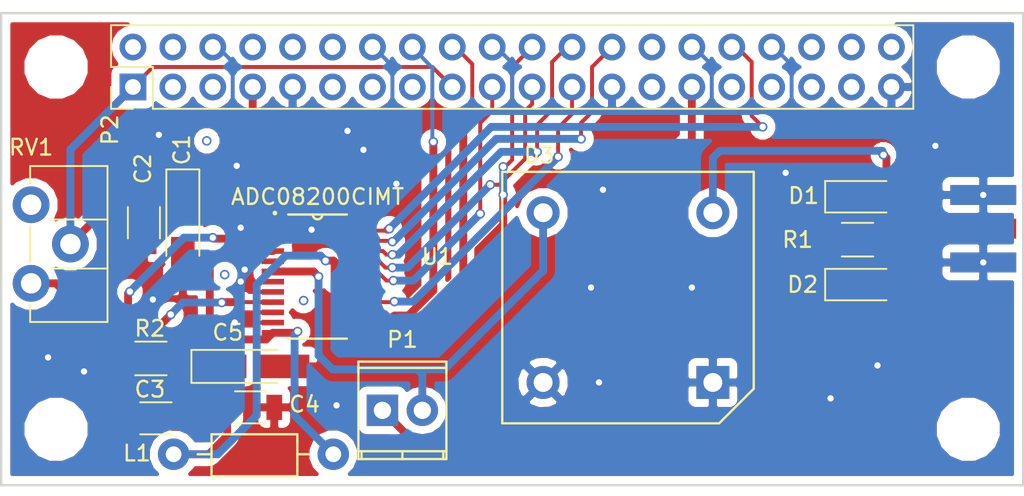
<source format=kicad_pcb>
(kicad_pcb (version 4) (host pcbnew 4.0.5)

  (general
    (links 82)
    (no_connects 27)
    (area 114.161499 29.823 179.335501 62.9235)
    (thickness 1.6)
    (drawings 4)
    (tracks 283)
    (zones 0)
    (modules 20)
    (nets 41)
  )

  (page A4)
  (layers
    (0 F.Cu signal)
    (31 B.Cu signal)
    (32 B.Adhes user)
    (33 F.Adhes user)
    (34 B.Paste user)
    (35 F.Paste user)
    (36 B.SilkS user)
    (37 F.SilkS user)
    (38 B.Mask user)
    (39 F.Mask user)
    (40 Dwgs.User user)
    (41 Cmts.User user)
    (42 Eco1.User user)
    (43 Eco2.User user)
    (44 Edge.Cuts user)
    (45 Margin user)
    (46 B.CrtYd user)
    (47 F.CrtYd user)
    (48 B.Fab user)
    (49 F.Fab user)
  )

  (setup
    (last_trace_width 0.25)
    (trace_clearance 0.2)
    (zone_clearance 0.508)
    (zone_45_only no)
    (trace_min 0.2)
    (segment_width 0.2)
    (edge_width 0.15)
    (via_size 0.6)
    (via_drill 0.4)
    (via_min_size 0.4)
    (via_min_drill 0.3)
    (uvia_size 0.3)
    (uvia_drill 0.1)
    (uvias_allowed no)
    (uvia_min_size 0.2)
    (uvia_min_drill 0.1)
    (pcb_text_width 0.3)
    (pcb_text_size 1.5 1.5)
    (mod_edge_width 0.15)
    (mod_text_size 1 1)
    (mod_text_width 0.15)
    (pad_size 2.34 2.34)
    (pad_drill 1.3)
    (pad_to_mask_clearance 0.2)
    (aux_axis_origin 0 0)
    (visible_elements 7FFFFFFF)
    (pcbplotparams
      (layerselection 0x000ff_80000001)
      (usegerberextensions false)
      (excludeedgelayer true)
      (linewidth 0.100000)
      (plotframeref false)
      (viasonmask false)
      (mode 1)
      (useauxorigin false)
      (hpglpennumber 1)
      (hpglpenspeed 20)
      (hpglpendiameter 15)
      (hpglpenoverlay 2)
      (psnegative false)
      (psa4output false)
      (plotreference true)
      (plotvalue true)
      (plotinvisibletext false)
      (padsonsilk false)
      (subtractmaskfromsilk true)
      (outputformat 1)
      (mirror false)
      (drillshape 0)
      (scaleselection 1)
      (outputdirectory Grber/))
  )

  (net 0 "")
  (net 1 +3V3)
  (net 2 GND)
  (net 3 "Net-(C3-Pad1)")
  (net 4 "Net-(C4-Pad1)")
  (net 5 "Net-(D1-Pad1)")
  (net 6 "Net-(D1-Pad2)")
  (net 7 "Net-(D3-Pad1)")
  (net 8 IN)
  (net 9 "Net-(P2-Pad2)")
  (net 10 "Net-(P2-Pad3)")
  (net 11 "Net-(P2-Pad4)")
  (net 12 "Net-(P2-Pad5)")
  (net 13 CLK)
  (net 14 "Net-(P2-Pad8)")
  (net 15 "Net-(P2-Pad10)")
  (net 16 "Net-(P2-Pad11)")
  (net 17 "Net-(P2-Pad12)")
  (net 18 "Net-(P2-Pad13)")
  (net 19 "Net-(P2-Pad15)")
  (net 20 D5)
  (net 21 D6)
  (net 22 D3)
  (net 23 D2)
  (net 24 D7)
  (net 25 D4)
  (net 26 D1)
  (net 27 D0)
  (net 28 "Net-(P2-Pad27)")
  (net 29 "Net-(P2-Pad28)")
  (net 30 "Net-(P2-Pad31)")
  (net 31 DM)
  (net 32 "Net-(P2-Pad33)")
  (net 33 "Net-(P2-Pad35)")
  (net 34 "Net-(P2-Pad36)")
  (net 35 "Net-(P2-Pad37)")
  (net 36 "Net-(P2-Pad38)")
  (net 37 "Net-(P2-Pad40)")
  (net 38 "Net-(K1-Pad1)")
  (net 39 "Net-(R2-Pad1)")
  (net 40 "Net-(P2-Pad29)")

  (net_class Default "This is the default net class."
    (clearance 0.2)
    (trace_width 0.25)
    (via_dia 0.6)
    (via_drill 0.4)
    (uvia_dia 0.3)
    (uvia_drill 0.1)
    (add_net +3V3)
    (add_net CLK)
    (add_net D0)
    (add_net D1)
    (add_net D2)
    (add_net D3)
    (add_net D4)
    (add_net D5)
    (add_net D6)
    (add_net D7)
    (add_net DM)
    (add_net GND)
    (add_net IN)
    (add_net "Net-(C3-Pad1)")
    (add_net "Net-(C4-Pad1)")
    (add_net "Net-(D1-Pad1)")
    (add_net "Net-(D1-Pad2)")
    (add_net "Net-(D3-Pad1)")
    (add_net "Net-(K1-Pad1)")
    (add_net "Net-(P2-Pad10)")
    (add_net "Net-(P2-Pad11)")
    (add_net "Net-(P2-Pad12)")
    (add_net "Net-(P2-Pad13)")
    (add_net "Net-(P2-Pad15)")
    (add_net "Net-(P2-Pad2)")
    (add_net "Net-(P2-Pad27)")
    (add_net "Net-(P2-Pad28)")
    (add_net "Net-(P2-Pad29)")
    (add_net "Net-(P2-Pad3)")
    (add_net "Net-(P2-Pad31)")
    (add_net "Net-(P2-Pad33)")
    (add_net "Net-(P2-Pad35)")
    (add_net "Net-(P2-Pad36)")
    (add_net "Net-(P2-Pad37)")
    (add_net "Net-(P2-Pad38)")
    (add_net "Net-(P2-Pad4)")
    (add_net "Net-(P2-Pad40)")
    (add_net "Net-(P2-Pad5)")
    (add_net "Net-(P2-Pad8)")
    (add_net "Net-(R2-Pad1)")
  )

  (module Pin_Headers:Pin_Header_Straight_2x20_Pitch2.54mm (layer F.Cu) (tedit 58CA2D1C) (tstamp 58C8E896)
    (at 122.6185 36.068 90)
    (descr "Through hole straight pin header, 2x20, 2.54mm pitch, double rows")
    (tags "Through hole pin header THT 2x20 2.54mm double row")
    (path /58C63A10)
    (fp_text reference P2 (at -2.7305 -1.4605 90) (layer F.SilkS)
      (effects (font (size 1 1) (thickness 0.15)))
    )
    (fp_text value "" (at -7.6835 25.7175 180) (layer F.Fab)
      (effects (font (size 1 1) (thickness 0.15)))
    )
    (fp_line (start -1.27 -1.27) (end -1.27 49.53) (layer F.Fab) (width 0.1))
    (fp_line (start -1.27 49.53) (end 3.81 49.53) (layer F.Fab) (width 0.1))
    (fp_line (start 3.81 49.53) (end 3.81 -1.27) (layer F.Fab) (width 0.1))
    (fp_line (start 3.81 -1.27) (end -1.27 -1.27) (layer F.Fab) (width 0.1))
    (fp_line (start -1.39 1.27) (end -1.39 49.65) (layer F.SilkS) (width 0.12))
    (fp_line (start -1.39 49.65) (end 3.93 49.65) (layer F.SilkS) (width 0.12))
    (fp_line (start 3.93 49.65) (end 3.93 -1.39) (layer F.SilkS) (width 0.12))
    (fp_line (start 3.93 -1.39) (end 1.27 -1.39) (layer F.SilkS) (width 0.12))
    (fp_line (start 1.27 -1.39) (end 1.27 1.27) (layer F.SilkS) (width 0.12))
    (fp_line (start 1.27 1.27) (end -1.39 1.27) (layer F.SilkS) (width 0.12))
    (fp_line (start -1.39 0) (end -1.39 -1.39) (layer F.SilkS) (width 0.12))
    (fp_line (start -1.39 -1.39) (end 0 -1.39) (layer F.SilkS) (width 0.12))
    (fp_line (start -1.6 -1.6) (end -1.6 49.8) (layer F.CrtYd) (width 0.05))
    (fp_line (start -1.6 49.8) (end 4.1 49.8) (layer F.CrtYd) (width 0.05))
    (fp_line (start 4.1 49.8) (end 4.1 -1.6) (layer F.CrtYd) (width 0.05))
    (fp_line (start 4.1 -1.6) (end -1.6 -1.6) (layer F.CrtYd) (width 0.05))
    (pad 1 thru_hole rect (at 0 0 90) (size 1.7 1.7) (drill 1) (layers *.Cu *.Mask)
      (net 1 +3V3))
    (pad 2 thru_hole oval (at 2.54 0 90) (size 1.7 1.7) (drill 1) (layers *.Cu *.Mask)
      (net 9 "Net-(P2-Pad2)"))
    (pad 3 thru_hole oval (at 0 2.54 90) (size 1.7 1.7) (drill 1) (layers *.Cu *.Mask)
      (net 10 "Net-(P2-Pad3)"))
    (pad 4 thru_hole oval (at 2.54 2.54 90) (size 1.7 1.7) (drill 1) (layers *.Cu *.Mask)
      (net 11 "Net-(P2-Pad4)"))
    (pad 5 thru_hole oval (at 0 5.08 90) (size 1.7 1.7) (drill 1) (layers *.Cu *.Mask)
      (net 12 "Net-(P2-Pad5)"))
    (pad 6 thru_hole oval (at 2.54 5.08 90) (size 1.7 1.7) (drill 1) (layers *.Cu *.Mask)
      (net 2 GND))
    (pad 7 thru_hole oval (at 0 7.62 90) (size 1.7 1.7) (drill 1) (layers *.Cu *.Mask)
      (net 13 CLK))
    (pad 8 thru_hole oval (at 2.54 7.62 90) (size 1.7 1.7) (drill 1) (layers *.Cu *.Mask)
      (net 14 "Net-(P2-Pad8)"))
    (pad 9 thru_hole oval (at 0 10.16 90) (size 1.7 1.7) (drill 1) (layers *.Cu *.Mask)
      (net 2 GND))
    (pad 10 thru_hole oval (at 2.54 10.16 90) (size 1.7 1.7) (drill 1) (layers *.Cu *.Mask)
      (net 15 "Net-(P2-Pad10)"))
    (pad 11 thru_hole oval (at 0 12.7 90) (size 1.7 1.7) (drill 1) (layers *.Cu *.Mask)
      (net 16 "Net-(P2-Pad11)"))
    (pad 12 thru_hole oval (at 2.54 12.7 90) (size 1.7 1.7) (drill 1) (layers *.Cu *.Mask)
      (net 17 "Net-(P2-Pad12)"))
    (pad 13 thru_hole oval (at 0 15.24 90) (size 1.7 1.7) (drill 1) (layers *.Cu *.Mask)
      (net 18 "Net-(P2-Pad13)"))
    (pad 14 thru_hole oval (at 2.54 15.24 90) (size 1.7 1.7) (drill 1) (layers *.Cu *.Mask)
      (net 2 GND))
    (pad 15 thru_hole oval (at 0 17.78 90) (size 1.7 1.7) (drill 1) (layers *.Cu *.Mask)
      (net 19 "Net-(P2-Pad15)"))
    (pad 16 thru_hole oval (at 2.54 17.78 90) (size 1.7 1.7) (drill 1) (layers *.Cu *.Mask)
      (net 20 D5))
    (pad 17 thru_hole oval (at 0 20.32 90) (size 1.7 1.7) (drill 1) (layers *.Cu *.Mask)
      (net 1 +3V3))
    (pad 18 thru_hole oval (at 2.54 20.32 90) (size 1.7 1.7) (drill 1) (layers *.Cu *.Mask)
      (net 21 D6))
    (pad 19 thru_hole oval (at 0 22.86 90) (size 1.7 1.7) (drill 1) (layers *.Cu *.Mask)
      (net 22 D3))
    (pad 20 thru_hole oval (at 2.54 22.86 90) (size 1.7 1.7) (drill 1) (layers *.Cu *.Mask)
      (net 2 GND))
    (pad 21 thru_hole oval (at 0 25.4 90) (size 1.7 1.7) (drill 1) (layers *.Cu *.Mask)
      (net 23 D2))
    (pad 22 thru_hole oval (at 2.54 25.4 90) (size 1.7 1.7) (drill 1) (layers *.Cu *.Mask)
      (net 24 D7))
    (pad 23 thru_hole oval (at 0 27.94 90) (size 1.7 1.7) (drill 1) (layers *.Cu *.Mask)
      (net 25 D4))
    (pad 24 thru_hole oval (at 2.54 27.94 90) (size 1.7 1.7) (drill 1) (layers *.Cu *.Mask)
      (net 26 D1))
    (pad 25 thru_hole oval (at 0 30.48 90) (size 1.7 1.7) (drill 1) (layers *.Cu *.Mask)
      (net 2 GND))
    (pad 26 thru_hole oval (at 2.54 30.48 90) (size 1.7 1.7) (drill 1) (layers *.Cu *.Mask)
      (net 27 D0))
    (pad 27 thru_hole oval (at 0 33.02 90) (size 1.7 1.7) (drill 1) (layers *.Cu *.Mask)
      (net 28 "Net-(P2-Pad27)"))
    (pad 28 thru_hole oval (at 2.54 33.02 90) (size 1.7 1.7) (drill 1) (layers *.Cu *.Mask)
      (net 29 "Net-(P2-Pad28)"))
    (pad 29 thru_hole oval (at 0 35.56 90) (size 1.7 1.7) (drill 1) (layers *.Cu *.Mask)
      (net 8 IN))
    (pad 30 thru_hole oval (at 2.54 35.56 90) (size 1.7 1.7) (drill 1) (layers *.Cu *.Mask)
      (net 2 GND))
    (pad 31 thru_hole oval (at 0 38.1 90) (size 1.7 1.7) (drill 1) (layers *.Cu *.Mask)
      (net 30 "Net-(P2-Pad31)"))
    (pad 32 thru_hole oval (at 2.54 38.1 90) (size 1.7 1.7) (drill 1) (layers *.Cu *.Mask)
      (net 31 DM))
    (pad 33 thru_hole oval (at 0 40.64 90) (size 1.7 1.7) (drill 1) (layers *.Cu *.Mask)
      (net 32 "Net-(P2-Pad33)"))
    (pad 34 thru_hole oval (at 2.54 40.64 90) (size 1.7 1.7) (drill 1) (layers *.Cu *.Mask)
      (net 2 GND))
    (pad 35 thru_hole oval (at 0 43.18 90) (size 1.7 1.7) (drill 1) (layers *.Cu *.Mask)
      (net 33 "Net-(P2-Pad35)"))
    (pad 36 thru_hole oval (at 2.54 43.18 90) (size 1.7 1.7) (drill 1) (layers *.Cu *.Mask)
      (net 34 "Net-(P2-Pad36)"))
    (pad 37 thru_hole oval (at 0 45.72 90) (size 1.7 1.7) (drill 1) (layers *.Cu *.Mask)
      (net 35 "Net-(P2-Pad37)"))
    (pad 38 thru_hole oval (at 2.54 45.72 90) (size 1.7 1.7) (drill 1) (layers *.Cu *.Mask)
      (net 36 "Net-(P2-Pad38)"))
    (pad 39 thru_hole oval (at 0 48.26 90) (size 1.7 1.7) (drill 1) (layers *.Cu *.Mask)
      (net 2 GND))
    (pad 40 thru_hole oval (at 2.54 48.26 90) (size 1.7 1.7) (drill 1) (layers *.Cu *.Mask)
      (net 37 "Net-(P2-Pad40)"))
    (model Pin_Headers.3dshapes/Pin_Header_Straight_2x20_Pitch2.54mm.wrl
      (at (xyz 0.05 -0.95 0))
      (scale (xyz 1 1 1))
      (rotate (xyz 0 0 90))
    )
  )

  (module adc08200:ADC08200_PW_24 (layer F.Cu) (tedit 58CA1692) (tstamp 58C90231)
    (at 134.366 48.133)
    (path /58C655B2)
    (fp_text reference U1 (at 7.62 -1.27) (layer F.SilkS)
      (effects (font (size 1 1) (thickness 0.15)))
    )
    (fp_text value ADC08200CIMT (at 0 -5.08) (layer F.SilkS)
      (effects (font (size 1 1) (thickness 0.15)))
    )
    (fp_text user "Copyright 2016 Accelerated Designs. All rights reserved." (at 0 0) (layer Cmts.User)
      (effects (font (size 0.127 0.127) (thickness 0.002)))
    )
    (fp_line (start -2.2479 -3.4226) (end -2.2479 -3.7274) (layer Dwgs.User) (width 0.1524))
    (fp_line (start -2.2479 -3.7274) (end -3.2004 -3.7274) (layer Dwgs.User) (width 0.1524))
    (fp_line (start -3.2004 -3.7274) (end -3.2004 -3.4226) (layer Dwgs.User) (width 0.1524))
    (fp_line (start -3.2004 -3.4226) (end -2.2479 -3.4226) (layer Dwgs.User) (width 0.1524))
    (fp_line (start -2.2479 -2.772601) (end -2.2479 -3.077401) (layer Dwgs.User) (width 0.1524))
    (fp_line (start -2.2479 -3.077401) (end -3.2004 -3.077401) (layer Dwgs.User) (width 0.1524))
    (fp_line (start -3.2004 -3.077401) (end -3.2004 -2.772601) (layer Dwgs.User) (width 0.1524))
    (fp_line (start -3.2004 -2.772601) (end -2.2479 -2.772601) (layer Dwgs.User) (width 0.1524))
    (fp_line (start -2.2479 -2.122601) (end -2.2479 -2.427401) (layer Dwgs.User) (width 0.1524))
    (fp_line (start -2.2479 -2.427401) (end -3.2004 -2.427401) (layer Dwgs.User) (width 0.1524))
    (fp_line (start -3.2004 -2.427401) (end -3.2004 -2.122601) (layer Dwgs.User) (width 0.1524))
    (fp_line (start -3.2004 -2.122601) (end -2.2479 -2.122601) (layer Dwgs.User) (width 0.1524))
    (fp_line (start -2.2479 -1.472601) (end -2.2479 -1.777401) (layer Dwgs.User) (width 0.1524))
    (fp_line (start -2.2479 -1.777401) (end -3.2004 -1.777401) (layer Dwgs.User) (width 0.1524))
    (fp_line (start -3.2004 -1.777401) (end -3.2004 -1.472601) (layer Dwgs.User) (width 0.1524))
    (fp_line (start -3.2004 -1.472601) (end -2.2479 -1.472601) (layer Dwgs.User) (width 0.1524))
    (fp_line (start -2.2479 -0.822601) (end -2.2479 -1.127401) (layer Dwgs.User) (width 0.1524))
    (fp_line (start -2.2479 -1.127401) (end -3.2004 -1.127401) (layer Dwgs.User) (width 0.1524))
    (fp_line (start -3.2004 -1.127401) (end -3.2004 -0.822601) (layer Dwgs.User) (width 0.1524))
    (fp_line (start -3.2004 -0.822601) (end -2.2479 -0.822601) (layer Dwgs.User) (width 0.1524))
    (fp_line (start -2.2479 -0.172601) (end -2.2479 -0.477401) (layer Dwgs.User) (width 0.1524))
    (fp_line (start -2.2479 -0.477401) (end -3.2004 -0.477401) (layer Dwgs.User) (width 0.1524))
    (fp_line (start -3.2004 -0.477401) (end -3.2004 -0.172601) (layer Dwgs.User) (width 0.1524))
    (fp_line (start -3.2004 -0.172601) (end -2.2479 -0.172601) (layer Dwgs.User) (width 0.1524))
    (fp_line (start -2.2479 0.477399) (end -2.2479 0.172599) (layer Dwgs.User) (width 0.1524))
    (fp_line (start -2.2479 0.172599) (end -3.2004 0.172599) (layer Dwgs.User) (width 0.1524))
    (fp_line (start -3.2004 0.172599) (end -3.2004 0.477399) (layer Dwgs.User) (width 0.1524))
    (fp_line (start -3.2004 0.477399) (end -2.2479 0.477399) (layer Dwgs.User) (width 0.1524))
    (fp_line (start -2.2479 1.127399) (end -2.2479 0.822599) (layer Dwgs.User) (width 0.1524))
    (fp_line (start -2.2479 0.822599) (end -3.2004 0.822599) (layer Dwgs.User) (width 0.1524))
    (fp_line (start -3.2004 0.822599) (end -3.2004 1.127399) (layer Dwgs.User) (width 0.1524))
    (fp_line (start -3.2004 1.127399) (end -2.2479 1.127399) (layer Dwgs.User) (width 0.1524))
    (fp_line (start -2.2479 1.777399) (end -2.2479 1.472599) (layer Dwgs.User) (width 0.1524))
    (fp_line (start -2.2479 1.472599) (end -3.2004 1.472599) (layer Dwgs.User) (width 0.1524))
    (fp_line (start -3.2004 1.472599) (end -3.2004 1.777399) (layer Dwgs.User) (width 0.1524))
    (fp_line (start -3.2004 1.777399) (end -2.2479 1.777399) (layer Dwgs.User) (width 0.1524))
    (fp_line (start -2.2479 2.427399) (end -2.2479 2.122599) (layer Dwgs.User) (width 0.1524))
    (fp_line (start -2.2479 2.122599) (end -3.2004 2.122599) (layer Dwgs.User) (width 0.1524))
    (fp_line (start -3.2004 2.122599) (end -3.2004 2.427399) (layer Dwgs.User) (width 0.1524))
    (fp_line (start -3.2004 2.427399) (end -2.2479 2.427399) (layer Dwgs.User) (width 0.1524))
    (fp_line (start -2.2479 3.077399) (end -2.2479 2.772599) (layer Dwgs.User) (width 0.1524))
    (fp_line (start -2.2479 2.772599) (end -3.2004 2.772599) (layer Dwgs.User) (width 0.1524))
    (fp_line (start -3.2004 2.772599) (end -3.2004 3.077399) (layer Dwgs.User) (width 0.1524))
    (fp_line (start -3.2004 3.077399) (end -2.2479 3.077399) (layer Dwgs.User) (width 0.1524))
    (fp_line (start -2.2479 3.727399) (end -2.2479 3.422599) (layer Dwgs.User) (width 0.1524))
    (fp_line (start -2.2479 3.422599) (end -3.2004 3.422599) (layer Dwgs.User) (width 0.1524))
    (fp_line (start -3.2004 3.422599) (end -3.2004 3.727399) (layer Dwgs.User) (width 0.1524))
    (fp_line (start -3.2004 3.727399) (end -2.2479 3.727399) (layer Dwgs.User) (width 0.1524))
    (fp_line (start 2.2479 3.4226) (end 2.2479 3.7274) (layer Dwgs.User) (width 0.1524))
    (fp_line (start 2.2479 3.7274) (end 3.2004 3.7274) (layer Dwgs.User) (width 0.1524))
    (fp_line (start 3.2004 3.7274) (end 3.2004 3.4226) (layer Dwgs.User) (width 0.1524))
    (fp_line (start 3.2004 3.4226) (end 2.2479 3.4226) (layer Dwgs.User) (width 0.1524))
    (fp_line (start 2.2479 2.7726) (end 2.2479 3.0774) (layer Dwgs.User) (width 0.1524))
    (fp_line (start 2.2479 3.0774) (end 3.2004 3.0774) (layer Dwgs.User) (width 0.1524))
    (fp_line (start 3.2004 3.0774) (end 3.2004 2.7726) (layer Dwgs.User) (width 0.1524))
    (fp_line (start 3.2004 2.7726) (end 2.2479 2.7726) (layer Dwgs.User) (width 0.1524))
    (fp_line (start 2.2479 2.1226) (end 2.2479 2.4274) (layer Dwgs.User) (width 0.1524))
    (fp_line (start 2.2479 2.4274) (end 3.2004 2.4274) (layer Dwgs.User) (width 0.1524))
    (fp_line (start 3.2004 2.4274) (end 3.2004 2.1226) (layer Dwgs.User) (width 0.1524))
    (fp_line (start 3.2004 2.1226) (end 2.2479 2.1226) (layer Dwgs.User) (width 0.1524))
    (fp_line (start 2.2479 1.472601) (end 2.2479 1.777401) (layer Dwgs.User) (width 0.1524))
    (fp_line (start 2.2479 1.777401) (end 3.2004 1.777401) (layer Dwgs.User) (width 0.1524))
    (fp_line (start 3.2004 1.777401) (end 3.2004 1.472601) (layer Dwgs.User) (width 0.1524))
    (fp_line (start 3.2004 1.472601) (end 2.2479 1.472601) (layer Dwgs.User) (width 0.1524))
    (fp_line (start 2.2479 0.822601) (end 2.2479 1.127401) (layer Dwgs.User) (width 0.1524))
    (fp_line (start 2.2479 1.127401) (end 3.2004 1.127401) (layer Dwgs.User) (width 0.1524))
    (fp_line (start 3.2004 1.127401) (end 3.2004 0.822601) (layer Dwgs.User) (width 0.1524))
    (fp_line (start 3.2004 0.822601) (end 2.2479 0.822601) (layer Dwgs.User) (width 0.1524))
    (fp_line (start 2.2479 0.172601) (end 2.2479 0.477401) (layer Dwgs.User) (width 0.1524))
    (fp_line (start 2.2479 0.477401) (end 3.2004 0.477401) (layer Dwgs.User) (width 0.1524))
    (fp_line (start 3.2004 0.477401) (end 3.2004 0.172601) (layer Dwgs.User) (width 0.1524))
    (fp_line (start 3.2004 0.172601) (end 2.2479 0.172601) (layer Dwgs.User) (width 0.1524))
    (fp_line (start 2.2479 -0.477399) (end 2.2479 -0.172599) (layer Dwgs.User) (width 0.1524))
    (fp_line (start 2.2479 -0.172599) (end 3.2004 -0.172599) (layer Dwgs.User) (width 0.1524))
    (fp_line (start 3.2004 -0.172599) (end 3.2004 -0.477399) (layer Dwgs.User) (width 0.1524))
    (fp_line (start 3.2004 -0.477399) (end 2.2479 -0.477399) (layer Dwgs.User) (width 0.1524))
    (fp_line (start 2.2479 -1.127399) (end 2.2479 -0.822599) (layer Dwgs.User) (width 0.1524))
    (fp_line (start 2.2479 -0.822599) (end 3.2004 -0.822599) (layer Dwgs.User) (width 0.1524))
    (fp_line (start 3.2004 -0.822599) (end 3.2004 -1.127399) (layer Dwgs.User) (width 0.1524))
    (fp_line (start 3.2004 -1.127399) (end 2.2479 -1.127399) (layer Dwgs.User) (width 0.1524))
    (fp_line (start 2.2479 -1.777399) (end 2.2479 -1.472599) (layer Dwgs.User) (width 0.1524))
    (fp_line (start 2.2479 -1.472599) (end 3.2004 -1.472599) (layer Dwgs.User) (width 0.1524))
    (fp_line (start 3.2004 -1.472599) (end 3.2004 -1.777399) (layer Dwgs.User) (width 0.1524))
    (fp_line (start 3.2004 -1.777399) (end 2.2479 -1.777399) (layer Dwgs.User) (width 0.1524))
    (fp_line (start 2.2479 -2.427399) (end 2.2479 -2.122599) (layer Dwgs.User) (width 0.1524))
    (fp_line (start 2.2479 -2.122599) (end 3.2004 -2.122599) (layer Dwgs.User) (width 0.1524))
    (fp_line (start 3.2004 -2.122599) (end 3.2004 -2.427399) (layer Dwgs.User) (width 0.1524))
    (fp_line (start 3.2004 -2.427399) (end 2.2479 -2.427399) (layer Dwgs.User) (width 0.1524))
    (fp_line (start 2.2479 -3.077399) (end 2.2479 -2.772599) (layer Dwgs.User) (width 0.1524))
    (fp_line (start 2.2479 -2.772599) (end 3.2004 -2.772599) (layer Dwgs.User) (width 0.1524))
    (fp_line (start 3.2004 -2.772599) (end 3.2004 -3.077399) (layer Dwgs.User) (width 0.1524))
    (fp_line (start 3.2004 -3.077399) (end 2.2479 -3.077399) (layer Dwgs.User) (width 0.1524))
    (fp_line (start 2.2479 -3.727399) (end 2.2479 -3.422599) (layer Dwgs.User) (width 0.1524))
    (fp_line (start 2.2479 -3.422599) (end 3.2004 -3.422599) (layer Dwgs.User) (width 0.1524))
    (fp_line (start 3.2004 -3.422599) (end 3.2004 -3.727399) (layer Dwgs.User) (width 0.1524))
    (fp_line (start 3.2004 -3.727399) (end 2.2479 -3.727399) (layer Dwgs.User) (width 0.1524))
    (fp_line (start -1.865373 3.9497) (end 1.865373 3.9497) (layer F.SilkS) (width 0.1524))
    (fp_line (start 1.865373 -3.9497) (end -1.865373 -3.9497) (layer F.SilkS) (width 0.1524))
    (fp_line (start -2.2479 3.9497) (end 2.2479 3.9497) (layer Dwgs.User) (width 0.1524))
    (fp_line (start 2.2479 3.9497) (end 2.2479 -3.9497) (layer Dwgs.User) (width 0.1524))
    (fp_line (start 2.2479 -3.9497) (end -2.2479 -3.9497) (layer Dwgs.User) (width 0.1524))
    (fp_line (start -2.2479 -3.9497) (end -2.2479 3.9497) (layer Dwgs.User) (width 0.1524))
    (fp_arc (start 0 -3.9497) (end 0.3048 -3.9497) (angle 180) (layer F.SilkS) (width 0.1524))
    (fp_arc (start 0 -3.9497) (end 0.3048 -3.9497) (angle 180) (layer Dwgs.User) (width 0.1524))
    (fp_circle (center -2.7126 -4.045) (end -2.6364 -4.045) (layer F.SilkS) (width 0.1524))
    (fp_circle (center -3.9826 3.575) (end -3.9064 3.575) (layer Dwgs.User) (width 0.1524))
    (pad 1 smd rect (at -2.8448 -3.574999) (size 1.4224 0.3556) (layers F.Cu)
      (net 1 +3V3))
    (pad 1 smd rect (at -2.8448 -3.574999) (size 1.7526 0.508) (layers F.Mask)
      (net 1 +3V3))
    (pad 2 smd rect (at -2.8448 -2.925) (size 1.4224 0.3556) (layers F.Cu)
      (net 2 GND))
    (pad 2 smd rect (at -2.8448 -2.925) (size 1.7526 0.508) (layers F.Mask)
      (net 2 GND))
    (pad 3 smd rect (at -2.8448 -2.275002) (size 1.4224 0.3556) (layers F.Cu)
      (net 39 "Net-(R2-Pad1)"))
    (pad 3 smd rect (at -2.8448 -2.275002) (size 1.7526 0.508) (layers F.Mask)
      (net 39 "Net-(R2-Pad1)"))
    (pad 4 smd rect (at -2.8448 -1.625001) (size 1.4224 0.3556) (layers F.Cu)
      (net 1 +3V3))
    (pad 4 smd rect (at -2.8448 -1.625001) (size 1.7526 0.508) (layers F.Mask)
      (net 1 +3V3))
    (pad 5 smd rect (at -2.8448 -0.975002) (size 1.4224 0.3556) (layers F.Cu)
      (net 2 GND))
    (pad 5 smd rect (at -2.8448 -0.975002) (size 1.7526 0.508) (layers F.Mask)
      (net 2 GND))
    (pad 6 smd rect (at -2.8448 -0.325001) (size 1.4224 0.3556) (layers F.Cu)
      (net 7 "Net-(D3-Pad1)"))
    (pad 6 smd rect (at -2.8448 -0.325001) (size 1.7526 0.508) (layers F.Mask)
      (net 7 "Net-(D3-Pad1)"))
    (pad 7 smd rect (at -2.8448 0.324998) (size 1.4224 0.3556) (layers F.Cu)
      (net 2 GND))
    (pad 7 smd rect (at -2.8448 0.324998) (size 1.7526 0.508) (layers F.Mask)
      (net 2 GND))
    (pad 8 smd rect (at -2.8448 0.974999) (size 1.4224 0.3556) (layers F.Cu)
      (net 2 GND))
    (pad 8 smd rect (at -2.8448 0.974999) (size 1.7526 0.508) (layers F.Mask)
      (net 2 GND))
    (pad 9 smd rect (at -2.8448 1.624998) (size 1.4224 0.3556) (layers F.Cu)
      (net 3 "Net-(C3-Pad1)"))
    (pad 9 smd rect (at -2.8448 1.624998) (size 1.7526 0.508) (layers F.Mask)
      (net 3 "Net-(C3-Pad1)"))
    (pad 10 smd rect (at -2.8448 2.274999) (size 1.4224 0.3556) (layers F.Cu)
      (net 2 GND))
    (pad 10 smd rect (at -2.8448 2.274999) (size 1.7526 0.508) (layers F.Mask)
      (net 2 GND))
    (pad 11 smd rect (at -2.8448 2.924998) (size 1.4224 0.3556) (layers F.Cu)
      (net 2 GND))
    (pad 11 smd rect (at -2.8448 2.924998) (size 1.7526 0.508) (layers F.Mask)
      (net 2 GND))
    (pad 12 smd rect (at -2.8448 3.574999) (size 1.4224 0.3556) (layers F.Cu)
      (net 1 +3V3))
    (pad 12 smd rect (at -2.8448 3.574999) (size 1.7526 0.508) (layers F.Mask)
      (net 1 +3V3))
    (pad 13 smd rect (at 2.8448 3.574999) (size 1.4224 0.3556) (layers F.Cu)
      (net 24 D7))
    (pad 13 smd rect (at 2.8448 3.574999) (size 1.7526 0.508) (layers F.Mask)
      (net 24 D7))
    (pad 14 smd rect (at 2.8448 2.925) (size 1.4224 0.3556) (layers F.Cu)
      (net 21 D6))
    (pad 14 smd rect (at 2.8448 2.925) (size 1.7526 0.508) (layers F.Mask)
      (net 21 D6))
    (pad 15 smd rect (at 2.8448 2.274999) (size 1.4224 0.3556) (layers F.Cu)
      (net 20 D5))
    (pad 15 smd rect (at 2.8448 2.274999) (size 1.7526 0.508) (layers F.Mask)
      (net 20 D5))
    (pad 16 smd rect (at 2.8448 1.625001) (size 1.4224 0.3556) (layers F.Cu)
      (net 25 D4))
    (pad 16 smd rect (at 2.8448 1.625001) (size 1.7526 0.508) (layers F.Mask)
      (net 25 D4))
    (pad 17 smd rect (at 2.8448 0.974999) (size 1.4224 0.3556) (layers F.Cu)
      (net 2 GND))
    (pad 17 smd rect (at 2.8448 0.974999) (size 1.7526 0.508) (layers F.Mask)
      (net 2 GND))
    (pad 18 smd rect (at 2.8448 0.325001) (size 1.4224 0.3556) (layers F.Cu)
      (net 4 "Net-(C4-Pad1)"))
    (pad 18 smd rect (at 2.8448 0.325001) (size 1.7526 0.508) (layers F.Mask)
      (net 4 "Net-(C4-Pad1)"))
    (pad 19 smd rect (at 2.8448 -0.324998) (size 1.4224 0.3556) (layers F.Cu)
      (net 22 D3))
    (pad 19 smd rect (at 2.8448 -0.324998) (size 1.7526 0.508) (layers F.Mask)
      (net 22 D3))
    (pad 20 smd rect (at 2.8448 -0.974999) (size 1.4224 0.3556) (layers F.Cu)
      (net 23 D2))
    (pad 20 smd rect (at 2.8448 -0.974999) (size 1.7526 0.508) (layers F.Mask)
      (net 23 D2))
    (pad 21 smd rect (at 2.8448 -1.624998) (size 1.4224 0.3556) (layers F.Cu)
      (net 26 D1))
    (pad 21 smd rect (at 2.8448 -1.624998) (size 1.7526 0.508) (layers F.Mask)
      (net 26 D1))
    (pad 22 smd rect (at 2.8448 -2.274999) (size 1.4224 0.3556) (layers F.Cu)
      (net 27 D0))
    (pad 22 smd rect (at 2.8448 -2.274999) (size 1.7526 0.508) (layers F.Mask)
      (net 27 D0))
    (pad 23 smd rect (at 2.8448 -2.924998) (size 1.4224 0.3556) (layers F.Cu)
      (net 31 DM))
    (pad 23 smd rect (at 2.8448 -2.924998) (size 1.7526 0.508) (layers F.Mask)
      (net 31 DM))
    (pad 24 smd rect (at 2.8448 -3.574999) (size 1.4224 0.3556) (layers F.Cu)
      (net 13 CLK))
    (pad 24 smd rect (at 2.8448 -3.574999) (size 1.7526 0.508) (layers F.Adhes)
      (net 13 CLK))
  )

  (module Capacitors_Tantalum_SMD:CP_Tantalum_Case-A_EIA-3216-18_Hand (layer F.Cu) (tedit 58CA2C1E) (tstamp 58C8E832)
    (at 125.7935 45.212 270)
    (descr "Tantalum capacitor, Case A, EIA 3216-18, 3.2x1.6x1.6mm, Hand soldering footprint")
    (tags "capacitor tantalum smd")
    (path /58C6376C)
    (attr smd)
    (fp_text reference C1 (at -5.1435 0.0635 270) (layer F.SilkS)
      (effects (font (size 1 1) (thickness 0.15)))
    )
    (fp_text value "" (at -0.127 4.0005 270) (layer F.Fab)
      (effects (font (size 1 1) (thickness 0.15)))
    )
    (fp_line (start -4 -1.2) (end -4 1.2) (layer F.CrtYd) (width 0.05))
    (fp_line (start -4 1.2) (end 4 1.2) (layer F.CrtYd) (width 0.05))
    (fp_line (start 4 1.2) (end 4 -1.2) (layer F.CrtYd) (width 0.05))
    (fp_line (start 4 -1.2) (end -4 -1.2) (layer F.CrtYd) (width 0.05))
    (fp_line (start -1.6 -0.8) (end -1.6 0.8) (layer F.Fab) (width 0.1))
    (fp_line (start -1.6 0.8) (end 1.6 0.8) (layer F.Fab) (width 0.1))
    (fp_line (start 1.6 0.8) (end 1.6 -0.8) (layer F.Fab) (width 0.1))
    (fp_line (start 1.6 -0.8) (end -1.6 -0.8) (layer F.Fab) (width 0.1))
    (fp_line (start -1.28 -0.8) (end -1.28 0.8) (layer F.Fab) (width 0.1))
    (fp_line (start -1.12 -0.8) (end -1.12 0.8) (layer F.Fab) (width 0.1))
    (fp_line (start -3.9 -1.05) (end 1.6 -1.05) (layer F.SilkS) (width 0.12))
    (fp_line (start -3.9 1.05) (end 1.6 1.05) (layer F.SilkS) (width 0.12))
    (fp_line (start -3.9 -1.05) (end -3.9 1.05) (layer F.SilkS) (width 0.12))
    (pad 1 smd rect (at -2 0 270) (size 3.2 1.5) (layers F.Cu F.Paste F.Mask)
      (net 1 +3V3))
    (pad 2 smd rect (at 2 0 270) (size 3.2 1.5) (layers F.Cu F.Paste F.Mask)
      (net 2 GND))
    (model Capacitors_Tantalum_SMD.3dshapes/CP_Tantalum_Case-A_EIA-3216-18.wrl
      (at (xyz 0 0 0))
      (scale (xyz 1 1 1))
      (rotate (xyz 0 0 0))
    )
  )

  (module Capacitors_SMD:C_1206 (layer F.Cu) (tedit 58CA2C0F) (tstamp 58C8E838)
    (at 123.317 44.704 270)
    (descr "Capacitor SMD 1206, reflow soldering, AVX (see smccp.pdf)")
    (tags "capacitor 1206")
    (path /58C63577)
    (attr smd)
    (fp_text reference C2 (at -3.429 0.0635 270) (layer F.SilkS)
      (effects (font (size 1 1) (thickness 0.15)))
    )
    (fp_text value "" (at 0 2 270) (layer F.Fab)
      (effects (font (size 1 1) (thickness 0.15)))
    )
    (fp_text user "" (at 0 -1.75 270) (layer F.Fab)
      (effects (font (size 1 1) (thickness 0.15)))
    )
    (fp_line (start -1.6 0.8) (end -1.6 -0.8) (layer F.Fab) (width 0.1))
    (fp_line (start 1.6 0.8) (end -1.6 0.8) (layer F.Fab) (width 0.1))
    (fp_line (start 1.6 -0.8) (end 1.6 0.8) (layer F.Fab) (width 0.1))
    (fp_line (start -1.6 -0.8) (end 1.6 -0.8) (layer F.Fab) (width 0.1))
    (fp_line (start 1 -1.02) (end -1 -1.02) (layer F.SilkS) (width 0.12))
    (fp_line (start -1 1.02) (end 1 1.02) (layer F.SilkS) (width 0.12))
    (fp_line (start -2.25 -1.05) (end 2.25 -1.05) (layer F.CrtYd) (width 0.05))
    (fp_line (start -2.25 -1.05) (end -2.25 1.05) (layer F.CrtYd) (width 0.05))
    (fp_line (start 2.25 1.05) (end 2.25 -1.05) (layer F.CrtYd) (width 0.05))
    (fp_line (start 2.25 1.05) (end -2.25 1.05) (layer F.CrtYd) (width 0.05))
    (pad 1 smd rect (at -1.5 0 270) (size 1 1.6) (layers F.Cu F.Paste F.Mask)
      (net 1 +3V3))
    (pad 2 smd rect (at 1.5 0 270) (size 1 1.6) (layers F.Cu F.Paste F.Mask)
      (net 2 GND))
    (model Capacitors_SMD.3dshapes/C_1206.wrl
      (at (xyz 0 0 0))
      (scale (xyz 1 1 1))
      (rotate (xyz 0 0 0))
    )
  )

  (module Capacitors_SMD:C_1206 (layer F.Cu) (tedit 58CA2D05) (tstamp 58C8E83E)
    (at 124.079 57.15)
    (descr "Capacitor SMD 1206, reflow soldering, AVX (see smccp.pdf)")
    (tags "capacitor 1206")
    (path /58C68A17)
    (attr smd)
    (fp_text reference C3 (at -0.381 -1.8415) (layer F.SilkS)
      (effects (font (size 1 1) (thickness 0.15)))
    )
    (fp_text value "" (at 0 2) (layer F.Fab)
      (effects (font (size 1 1) (thickness 0.15)))
    )
    (fp_text user "" (at 0 -1.75) (layer F.Fab)
      (effects (font (size 1 1) (thickness 0.15)))
    )
    (fp_line (start -1.6 0.8) (end -1.6 -0.8) (layer F.Fab) (width 0.1))
    (fp_line (start 1.6 0.8) (end -1.6 0.8) (layer F.Fab) (width 0.1))
    (fp_line (start 1.6 -0.8) (end 1.6 0.8) (layer F.Fab) (width 0.1))
    (fp_line (start -1.6 -0.8) (end 1.6 -0.8) (layer F.Fab) (width 0.1))
    (fp_line (start 1 -1.02) (end -1 -1.02) (layer F.SilkS) (width 0.12))
    (fp_line (start -1 1.02) (end 1 1.02) (layer F.SilkS) (width 0.12))
    (fp_line (start -2.25 -1.05) (end 2.25 -1.05) (layer F.CrtYd) (width 0.05))
    (fp_line (start -2.25 -1.05) (end -2.25 1.05) (layer F.CrtYd) (width 0.05))
    (fp_line (start 2.25 1.05) (end 2.25 -1.05) (layer F.CrtYd) (width 0.05))
    (fp_line (start 2.25 1.05) (end -2.25 1.05) (layer F.CrtYd) (width 0.05))
    (pad 1 smd rect (at -1.5 0) (size 1 1.6) (layers F.Cu F.Paste F.Mask)
      (net 3 "Net-(C3-Pad1)"))
    (pad 2 smd rect (at 1.5 0) (size 1 1.6) (layers F.Cu F.Paste F.Mask)
      (net 2 GND))
    (model Capacitors_SMD.3dshapes/C_1206.wrl
      (at (xyz 0 0 0))
      (scale (xyz 1 1 1))
      (rotate (xyz 0 0 0))
    )
  )

  (module Capacitors_SMD:C_1206 (layer F.Cu) (tedit 58CA2CF9) (tstamp 58C8E844)
    (at 130.1115 56.4515)
    (descr "Capacitor SMD 1206, reflow soldering, AVX (see smccp.pdf)")
    (tags "capacitor 1206")
    (path /58C635F2)
    (attr smd)
    (fp_text reference C4 (at 3.429 -0.1905) (layer F.SilkS)
      (effects (font (size 1 1) (thickness 0.15)))
    )
    (fp_text value "" (at 0 2) (layer F.Fab)
      (effects (font (size 1 1) (thickness 0.15)))
    )
    (fp_text user "" (at 0 -1.75) (layer F.Fab)
      (effects (font (size 1 1) (thickness 0.15)))
    )
    (fp_line (start -1.6 0.8) (end -1.6 -0.8) (layer F.Fab) (width 0.1))
    (fp_line (start 1.6 0.8) (end -1.6 0.8) (layer F.Fab) (width 0.1))
    (fp_line (start 1.6 -0.8) (end 1.6 0.8) (layer F.Fab) (width 0.1))
    (fp_line (start -1.6 -0.8) (end 1.6 -0.8) (layer F.Fab) (width 0.1))
    (fp_line (start 1 -1.02) (end -1 -1.02) (layer F.SilkS) (width 0.12))
    (fp_line (start -1 1.02) (end 1 1.02) (layer F.SilkS) (width 0.12))
    (fp_line (start -2.25 -1.05) (end 2.25 -1.05) (layer F.CrtYd) (width 0.05))
    (fp_line (start -2.25 -1.05) (end -2.25 1.05) (layer F.CrtYd) (width 0.05))
    (fp_line (start 2.25 1.05) (end 2.25 -1.05) (layer F.CrtYd) (width 0.05))
    (fp_line (start 2.25 1.05) (end -2.25 1.05) (layer F.CrtYd) (width 0.05))
    (pad 1 smd rect (at -1.5 0) (size 1 1.6) (layers F.Cu F.Paste F.Mask)
      (net 4 "Net-(C4-Pad1)"))
    (pad 2 smd rect (at 1.5 0) (size 1 1.6) (layers F.Cu F.Paste F.Mask)
      (net 2 GND))
    (model Capacitors_SMD.3dshapes/C_1206.wrl
      (at (xyz 0 0 0))
      (scale (xyz 1 1 1))
      (rotate (xyz 0 0 0))
    )
  )

  (module Capacitors_Tantalum_SMD:CP_Tantalum_Case-A_EIA-3216-18_Hand (layer F.Cu) (tedit 58CA2D27) (tstamp 58C8E84A)
    (at 130.2385 53.848)
    (descr "Tantalum capacitor, Case A, EIA 3216-18, 3.2x1.6x1.6mm, Hand soldering footprint")
    (tags "capacitor tantalum smd")
    (path /58C63689)
    (attr smd)
    (fp_text reference C5 (at -1.5875 -2.159) (layer F.SilkS)
      (effects (font (size 1 1) (thickness 0.15)))
    )
    (fp_text value "" (at 3.556 2.9845) (layer F.Fab)
      (effects (font (size 1 1) (thickness 0.15)))
    )
    (fp_line (start -4 -1.2) (end -4 1.2) (layer F.CrtYd) (width 0.05))
    (fp_line (start -4 1.2) (end 4 1.2) (layer F.CrtYd) (width 0.05))
    (fp_line (start 4 1.2) (end 4 -1.2) (layer F.CrtYd) (width 0.05))
    (fp_line (start 4 -1.2) (end -4 -1.2) (layer F.CrtYd) (width 0.05))
    (fp_line (start -1.6 -0.8) (end -1.6 0.8) (layer F.Fab) (width 0.1))
    (fp_line (start -1.6 0.8) (end 1.6 0.8) (layer F.Fab) (width 0.1))
    (fp_line (start 1.6 0.8) (end 1.6 -0.8) (layer F.Fab) (width 0.1))
    (fp_line (start 1.6 -0.8) (end -1.6 -0.8) (layer F.Fab) (width 0.1))
    (fp_line (start -1.28 -0.8) (end -1.28 0.8) (layer F.Fab) (width 0.1))
    (fp_line (start -1.12 -0.8) (end -1.12 0.8) (layer F.Fab) (width 0.1))
    (fp_line (start -3.9 -1.05) (end 1.6 -1.05) (layer F.SilkS) (width 0.12))
    (fp_line (start -3.9 1.05) (end 1.6 1.05) (layer F.SilkS) (width 0.12))
    (fp_line (start -3.9 -1.05) (end -3.9 1.05) (layer F.SilkS) (width 0.12))
    (pad 1 smd rect (at -2 0) (size 3.2 1.5) (layers F.Cu F.Paste F.Mask)
      (net 4 "Net-(C4-Pad1)"))
    (pad 2 smd rect (at 2 0) (size 3.2 1.5) (layers F.Cu F.Paste F.Mask)
      (net 2 GND))
    (model Capacitors_Tantalum_SMD.3dshapes/CP_Tantalum_Case-A_EIA-3216-18.wrl
      (at (xyz 0 0 0))
      (scale (xyz 1 1 1))
      (rotate (xyz 0 0 0))
    )
  )

  (module Diodes_SMD:D_SOD-123 (layer F.Cu) (tedit 58CA2C8A) (tstamp 58C8E850)
    (at 168.91 43.053)
    (descr SOD-123)
    (tags SOD-123)
    (path /58C6385E)
    (attr smd)
    (fp_text reference D1 (at -3.6195 -0.0635) (layer F.SilkS)
      (effects (font (size 1 1) (thickness 0.15)))
    )
    (fp_text value "" (at 0 2.1) (layer F.Fab) hide
      (effects (font (size 1 1) (thickness 0.15)))
    )
    (fp_line (start -2.25 -1) (end -2.25 1) (layer F.SilkS) (width 0.12))
    (fp_line (start 0.25 0) (end 0.75 0) (layer F.Fab) (width 0.1))
    (fp_line (start 0.25 0.4) (end -0.35 0) (layer F.Fab) (width 0.1))
    (fp_line (start 0.25 -0.4) (end 0.25 0.4) (layer F.Fab) (width 0.1))
    (fp_line (start -0.35 0) (end 0.25 -0.4) (layer F.Fab) (width 0.1))
    (fp_line (start -0.35 0) (end -0.35 0.55) (layer F.Fab) (width 0.1))
    (fp_line (start -0.35 0) (end -0.35 -0.55) (layer F.Fab) (width 0.1))
    (fp_line (start -0.75 0) (end -0.35 0) (layer F.Fab) (width 0.1))
    (fp_line (start -1.4 0.9) (end -1.4 -0.9) (layer F.Fab) (width 0.1))
    (fp_line (start 1.4 0.9) (end -1.4 0.9) (layer F.Fab) (width 0.1))
    (fp_line (start 1.4 -0.9) (end 1.4 0.9) (layer F.Fab) (width 0.1))
    (fp_line (start -1.4 -0.9) (end 1.4 -0.9) (layer F.Fab) (width 0.1))
    (fp_line (start -2.35 -1.15) (end 2.35 -1.15) (layer F.CrtYd) (width 0.05))
    (fp_line (start 2.35 -1.15) (end 2.35 1.15) (layer F.CrtYd) (width 0.05))
    (fp_line (start 2.35 1.15) (end -2.35 1.15) (layer F.CrtYd) (width 0.05))
    (fp_line (start -2.35 -1.15) (end -2.35 1.15) (layer F.CrtYd) (width 0.05))
    (fp_line (start -2.25 1) (end 1.65 1) (layer F.SilkS) (width 0.12))
    (fp_line (start -2.25 -1) (end 1.65 -1) (layer F.SilkS) (width 0.12))
    (pad 1 smd rect (at -1.65 0) (size 0.9 1.2) (layers F.Cu F.Paste F.Mask)
      (net 5 "Net-(D1-Pad1)"))
    (pad 2 smd rect (at 1.65 0) (size 0.9 1.2) (layers F.Cu F.Paste F.Mask)
      (net 6 "Net-(D1-Pad2)"))
    (model ${KISYS3DMOD}/Diodes_SMD.3dshapes/D_SOD-123.wrl
      (at (xyz 0 0 0))
      (scale (xyz 1 1 1))
      (rotate (xyz 0 0 0))
    )
  )

  (module Diodes_SMD:D_SOD-123 (layer F.Cu) (tedit 58CA2C82) (tstamp 58C8E856)
    (at 168.91 48.641)
    (descr SOD-123)
    (tags SOD-123)
    (path /58C63951)
    (attr smd)
    (fp_text reference D2 (at -3.683 0) (layer F.SilkS)
      (effects (font (size 1 1) (thickness 0.15)))
    )
    (fp_text value "" (at 0 2.1) (layer F.Fab)
      (effects (font (size 1 1) (thickness 0.15)))
    )
    (fp_line (start -2.25 -1) (end -2.25 1) (layer F.SilkS) (width 0.12))
    (fp_line (start 0.25 0) (end 0.75 0) (layer F.Fab) (width 0.1))
    (fp_line (start 0.25 0.4) (end -0.35 0) (layer F.Fab) (width 0.1))
    (fp_line (start 0.25 -0.4) (end 0.25 0.4) (layer F.Fab) (width 0.1))
    (fp_line (start -0.35 0) (end 0.25 -0.4) (layer F.Fab) (width 0.1))
    (fp_line (start -0.35 0) (end -0.35 0.55) (layer F.Fab) (width 0.1))
    (fp_line (start -0.35 0) (end -0.35 -0.55) (layer F.Fab) (width 0.1))
    (fp_line (start -0.75 0) (end -0.35 0) (layer F.Fab) (width 0.1))
    (fp_line (start -1.4 0.9) (end -1.4 -0.9) (layer F.Fab) (width 0.1))
    (fp_line (start 1.4 0.9) (end -1.4 0.9) (layer F.Fab) (width 0.1))
    (fp_line (start 1.4 -0.9) (end 1.4 0.9) (layer F.Fab) (width 0.1))
    (fp_line (start -1.4 -0.9) (end 1.4 -0.9) (layer F.Fab) (width 0.1))
    (fp_line (start -2.35 -1.15) (end 2.35 -1.15) (layer F.CrtYd) (width 0.05))
    (fp_line (start 2.35 -1.15) (end 2.35 1.15) (layer F.CrtYd) (width 0.05))
    (fp_line (start 2.35 1.15) (end -2.35 1.15) (layer F.CrtYd) (width 0.05))
    (fp_line (start -2.35 -1.15) (end -2.35 1.15) (layer F.CrtYd) (width 0.05))
    (fp_line (start -2.25 1) (end 1.65 1) (layer F.SilkS) (width 0.12))
    (fp_line (start -2.25 -1) (end 1.65 -1) (layer F.SilkS) (width 0.12))
    (pad 1 smd rect (at -1.65 0) (size 0.9 1.2) (layers F.Cu F.Paste F.Mask)
      (net 5 "Net-(D1-Pad1)"))
    (pad 2 smd rect (at 1.65 0) (size 0.9 1.2) (layers F.Cu F.Paste F.Mask)
      (net 2 GND))
    (model ${KISYS3DMOD}/Diodes_SMD.3dshapes/D_SOD-123.wrl
      (at (xyz 0 0 0))
      (scale (xyz 1 1 1))
      (rotate (xyz 0 0 0))
    )
  )

  (module Diodes_THT:Diode_Bridge_15.7x15.7 (layer F.Cu) (tedit 58CA2C71) (tstamp 58C8E85E)
    (at 148.717 44.069)
    (descr "Single phase bridge rectifier case 15.7x15.7")
    (tags "Diode Bridge")
    (path /58C8E93C)
    (fp_text reference D3 (at -0.25 -3.65) (layer F.SilkS)
      (effects (font (size 1 1) (thickness 0.15)))
    )
    (fp_text value "" (at 5.1 14.7) (layer F.Fab)
      (effects (font (size 1 1) (thickness 0.15)))
    )
    (fp_arc (start 9.2 1.75) (end 8.85 1.55) (angle 100) (layer F.Fab) (width 0.2))
    (fp_arc (start 9.75 1.2) (end 10.05 1.45) (angle 100) (layer F.Fab) (width 0.2))
    (fp_arc (start 2.25 8.7) (end 2.55 8.95) (angle 100) (layer F.Fab) (width 0.2))
    (fp_arc (start 1.7 9.25) (end 1.35 9.05) (angle 100) (layer F.Fab) (width 0.2))
    (fp_line (start 9 9) (end 10 9) (layer F.Fab) (width 0.2))
    (fp_line (start 9.5 8.5) (end 9.5 9.5) (layer F.Fab) (width 0.2))
    (fp_line (start 2.5 1.5) (end 1.5 1.5) (layer F.Fab) (width 0.2))
    (fp_line (start 13.75 11.4) (end 11.4 13.75) (layer F.CrtYd) (width 0.05))
    (fp_line (start 11.4 13.75) (end -2.95 13.75) (layer F.CrtYd) (width 0.05))
    (fp_line (start -2.95 13.75) (end -2.95 -2.95) (layer F.CrtYd) (width 0.05))
    (fp_line (start -2.95 -2.95) (end 13.75 -2.95) (layer F.CrtYd) (width 0.05))
    (fp_line (start 13.75 -2.95) (end 13.75 11.4) (layer F.CrtYd) (width 0.05))
    (fp_line (start 13.4 -2.6) (end 13.4 11.2) (layer F.SilkS) (width 0.15))
    (fp_line (start 13.4 11.2) (end 11.2 13.4) (layer F.SilkS) (width 0.15))
    (fp_line (start 11.2 13.4) (end -2.6 13.4) (layer F.SilkS) (width 0.15))
    (fp_line (start -2.6 -2.6) (end 13.4 -2.6) (layer F.SilkS) (width 0.15))
    (fp_line (start -2.6 13.4) (end -2.6 -2.6) (layer F.SilkS) (width 0.15))
    (pad 1 thru_hole circle (at 0 0) (size 2.1 2.1) (drill 1.2) (layers *.Cu *.Mask)
      (net 7 "Net-(D3-Pad1)"))
    (pad 2 thru_hole circle (at 0 10.8) (size 2.1 2.1) (drill 1.2) (layers *.Cu *.Mask)
      (net 2 GND))
    (pad 3 thru_hole rect (at 10.8 10.8) (size 2.1 2.1) (drill 1.2) (layers *.Cu *.Mask)
      (net 2 GND))
    (pad 4 thru_hole circle (at 10.8 0) (size 2.1 2.1) (drill 1.2) (layers *.Cu *.Mask)
      (net 6 "Net-(D1-Pad2)"))
  )

  (module Choke_Axial_ThroughHole:Choke_Horizontal_RM10mm (layer F.Cu) (tedit 58CA2D0E) (tstamp 58C8E864)
    (at 130.3655 59.436 180)
    (descr "Choke, Axial, 10mm")
    (tags "Choke, Axial, 10mm")
    (path /58C66ACB)
    (fp_text reference L1 (at 7.493 0.0635 180) (layer F.SilkS)
      (effects (font (size 1 1) (thickness 0.15)))
    )
    (fp_text value "" (at 0 4.0005 180) (layer F.Fab)
      (effects (font (size 1 1) (thickness 0.15)))
    )
    (fp_line (start -2.71526 0) (end -3.47726 0) (layer F.SilkS) (width 0.15))
    (fp_line (start 2.74574 0) (end 3.63474 0) (layer F.SilkS) (width 0.15))
    (fp_line (start -2.71526 1.27) (end -2.71526 -1.397) (layer F.SilkS) (width 0.15))
    (fp_line (start -2.71526 -1.397) (end 2.74574 -1.397) (layer F.SilkS) (width 0.15))
    (fp_line (start 2.74574 -1.397) (end 2.74574 1.27) (layer F.SilkS) (width 0.15))
    (fp_line (start 2.74574 1.27) (end -2.71526 1.27) (layer F.SilkS) (width 0.15))
    (pad 1 thru_hole circle (at -5.00126 0 180) (size 1.99898 1.99898) (drill 1.00076) (layers *.Cu *.Mask)
      (net 1 +3V3))
    (pad 2 thru_hole circle (at 5.15874 0 180) (size 1.99898 1.99898) (drill 1.00076) (layers *.Cu *.Mask)
      (net 4 "Net-(C4-Pad1)"))
  )

  (module Connectors_Terminal_Blocks:TerminalBlock_Pheonix_MPT-2.54mm_2pol (layer F.Cu) (tedit 58CA2C66) (tstamp 58C8E86A)
    (at 138.4935 56.642)
    (descr "2-way 2.54mm pitch terminal block, Phoenix MPT series")
    (path /58C66041)
    (fp_text reference P1 (at 1.27 -4.50088) (layer F.SilkS)
      (effects (font (size 1 1) (thickness 0.15)))
    )
    (fp_text value "" (at 1.9685 4.0005) (layer F.Fab)
      (effects (font (size 1 1) (thickness 0.15)))
    )
    (fp_line (start -1.7 -3.3) (end 4.3 -3.3) (layer F.CrtYd) (width 0.05))
    (fp_line (start -1.7 3.3) (end -1.7 -3.3) (layer F.CrtYd) (width 0.05))
    (fp_line (start 4.3 3.3) (end -1.7 3.3) (layer F.CrtYd) (width 0.05))
    (fp_line (start 4.3 -3.3) (end 4.3 3.3) (layer F.CrtYd) (width 0.05))
    (fp_line (start 4.06908 2.60096) (end -1.52908 2.60096) (layer F.SilkS) (width 0.15))
    (fp_line (start -1.33096 3.0988) (end -1.33096 2.60096) (layer F.SilkS) (width 0.15))
    (fp_line (start 3.87096 2.60096) (end 3.87096 3.0988) (layer F.SilkS) (width 0.15))
    (fp_line (start 1.27 3.0988) (end 1.27 2.60096) (layer F.SilkS) (width 0.15))
    (fp_line (start -1.52908 -2.70002) (end 4.06908 -2.70002) (layer F.SilkS) (width 0.15))
    (fp_line (start -1.52908 3.0988) (end 4.06908 3.0988) (layer F.SilkS) (width 0.15))
    (fp_line (start 4.06908 3.0988) (end 4.06908 -3.0988) (layer F.SilkS) (width 0.15))
    (fp_line (start 4.06908 -3.0988) (end -1.52908 -3.0988) (layer F.SilkS) (width 0.15))
    (fp_line (start -1.52908 -3.0988) (end -1.52908 3.0988) (layer F.SilkS) (width 0.15))
    (pad 2 thru_hole oval (at 2.54 0) (size 1.99898 1.99898) (drill 1.09728) (layers *.Cu *.Mask)
      (net 7 "Net-(D3-Pad1)"))
    (pad 1 thru_hole rect (at 0 0) (size 1.99898 1.99898) (drill 1.09728) (layers *.Cu *.Mask)
      (net 8 IN))
    (model Terminal_Blocks.3dshapes/TerminalBlock_Pheonix_MPT-2.54mm_2pol.wrl
      (at (xyz 0.05 0 0))
      (scale (xyz 1 1 1))
      (rotate (xyz 0 0 0))
    )
  )

  (module Resistors_SMD:R_1206 (layer F.Cu) (tedit 58CA2C98) (tstamp 58C8E89C)
    (at 168.7195 45.7835)
    (descr "Resistor SMD 1206, reflow soldering, Vishay (see dcrcw.pdf)")
    (tags "resistor 1206")
    (path /58C634CE)
    (attr smd)
    (fp_text reference R1 (at -3.81 0) (layer F.SilkS)
      (effects (font (size 1 1) (thickness 0.15)))
    )
    (fp_text value "" (at 0 1.95) (layer F.Fab)
      (effects (font (size 1 1) (thickness 0.15)))
    )
    (fp_text user "" (at 0 -1.85) (layer F.Fab)
      (effects (font (size 1 1) (thickness 0.15)))
    )
    (fp_line (start -1.6 0.8) (end -1.6 -0.8) (layer F.Fab) (width 0.1))
    (fp_line (start 1.6 0.8) (end -1.6 0.8) (layer F.Fab) (width 0.1))
    (fp_line (start 1.6 -0.8) (end 1.6 0.8) (layer F.Fab) (width 0.1))
    (fp_line (start -1.6 -0.8) (end 1.6 -0.8) (layer F.Fab) (width 0.1))
    (fp_line (start 1 1.07) (end -1 1.07) (layer F.SilkS) (width 0.12))
    (fp_line (start -1 -1.07) (end 1 -1.07) (layer F.SilkS) (width 0.12))
    (fp_line (start -2.15 -1.11) (end 2.15 -1.11) (layer F.CrtYd) (width 0.05))
    (fp_line (start -2.15 -1.11) (end -2.15 1.1) (layer F.CrtYd) (width 0.05))
    (fp_line (start 2.15 1.1) (end 2.15 -1.11) (layer F.CrtYd) (width 0.05))
    (fp_line (start 2.15 1.1) (end -2.15 1.1) (layer F.CrtYd) (width 0.05))
    (pad 1 smd rect (at -1.45 0) (size 0.9 1.7) (layers F.Cu F.Paste F.Mask)
      (net 6 "Net-(D1-Pad2)"))
    (pad 2 smd rect (at 1.45 0) (size 0.9 1.7) (layers F.Cu F.Paste F.Mask)
      (net 38 "Net-(K1-Pad1)"))
    (model Resistors_SMD.3dshapes/R_1206.wrl
      (at (xyz 0 0 0))
      (scale (xyz 1 1 1))
      (rotate (xyz 0 0 0))
    )
  )

  (module Resistors_SMD:R_1206 (layer F.Cu) (tedit 58CA2D0A) (tstamp 58C8E8A2)
    (at 123.7615 53.34)
    (descr "Resistor SMD 1206, reflow soldering, Vishay (see dcrcw.pdf)")
    (tags "resistor 1206")
    (path /58C67843)
    (attr smd)
    (fp_text reference R2 (at -0.0635 -1.905) (layer F.SilkS)
      (effects (font (size 1 1) (thickness 0.15)))
    )
    (fp_text value "" (at 0 1.95) (layer F.Fab)
      (effects (font (size 1 1) (thickness 0.15)))
    )
    (fp_text user "" (at 0 -1.85) (layer F.Fab)
      (effects (font (size 1 1) (thickness 0.15)))
    )
    (fp_line (start -1.6 0.8) (end -1.6 -0.8) (layer F.Fab) (width 0.1))
    (fp_line (start 1.6 0.8) (end -1.6 0.8) (layer F.Fab) (width 0.1))
    (fp_line (start 1.6 -0.8) (end 1.6 0.8) (layer F.Fab) (width 0.1))
    (fp_line (start -1.6 -0.8) (end 1.6 -0.8) (layer F.Fab) (width 0.1))
    (fp_line (start 1 1.07) (end -1 1.07) (layer F.SilkS) (width 0.12))
    (fp_line (start -1 -1.07) (end 1 -1.07) (layer F.SilkS) (width 0.12))
    (fp_line (start -2.15 -1.11) (end 2.15 -1.11) (layer F.CrtYd) (width 0.05))
    (fp_line (start -2.15 -1.11) (end -2.15 1.1) (layer F.CrtYd) (width 0.05))
    (fp_line (start 2.15 1.1) (end 2.15 -1.11) (layer F.CrtYd) (width 0.05))
    (fp_line (start 2.15 1.1) (end -2.15 1.1) (layer F.CrtYd) (width 0.05))
    (pad 1 smd rect (at -1.45 0) (size 0.9 1.7) (layers F.Cu F.Paste F.Mask)
      (net 39 "Net-(R2-Pad1)"))
    (pad 2 smd rect (at 1.45 0) (size 0.9 1.7) (layers F.Cu F.Paste F.Mask)
      (net 2 GND))
    (model Resistors_SMD.3dshapes/R_1206.wrl
      (at (xyz 0 0 0))
      (scale (xyz 1 1 1))
      (rotate (xyz 0 0 0))
    )
  )

  (module Potentiometers:Potentiometer_Trimmer_ACP_CA9h2.5_Vertical_Px2.5mm_Py5.0mm (layer F.Cu) (tedit 58CA2BC8) (tstamp 58C8E8A9)
    (at 116.1415 43.561)
    (descr "Potentiometer, vertically mounted, Omeg PC16PU, Omeg PC16PU, Omeg PC16PU, Vishay/Spectrol 248GJ/249GJ Single, Vishay/Spectrol 248GJ/249GJ Single, Vishay/Spectrol 248GJ/249GJ Single, Vishay/Spectrol 248GH/249GH Single, Vishay/Spectrol 148/149 Single, Vishay/Spectrol 148/149 Single, Vishay/Spectrol 148/149 Single, Vishay/Spectrol 148A/149A Single with mounting plates, Vishay/Spectrol 148/149 Double, Vishay/Spectrol 148A/149A Double with mounting plates, Piher PC-16 Single, Piher PC-16 Single, Piher PC-16 Single, Piher PC-16SV Single, Piher PC-16 Double, Piher PC-16 Triple, Piher T16H Single, Piher T16L Single, Piher T16H Double, Alps RK163 Single, Alps RK163 Double, Alps RK097 Single, Alps RK097 Double, Bourns PTV09A-2 Single with mounting sleve Single, Bourns PTV09A-1 with mounting sleve Single, Bourns PRS11S Single, Alps RK09K Single with mounting sleve Single, Alps RK09K with mounting sleve Single, Alps RK09L Single, Alps RK09L Single, Alps RK09L Double, Alps RK09L Double, Alps RK09Y Single, Bourns 3339S Single, Bourns 3339S Single, Bourns 3339P Single, Bourns 3339H Single, Vishay T7YA Single, Suntan TSR-3386H Single, Suntan TSR-3386H Single, Suntan TSR-3386P Single, Vishay T73XX Single, Vishay T73XX Single, Vishay T73YP Single, Piher PT-6h Single, Piher PT-6v Single, Piher PT-6v Single, Piher PT-10h2.5 Single, Piher PT-10h5 Single, Piher PT-101h3.8 Single, Piher PT-10v10 Single, Piher PT-10v10 Single, Piher PT-10v5 Single, Piher PT-15h5 Single, Piher PT-15h2.5 Single, Piher PT-15B Single, Piher PT-15hc5 Single, Piher PT-15v12.5 Single, Piher PT-15v12.5 Single, Piher PT-15v15 Single, Piher PT-15v15 Single, ACP CA6h Single, ACP CA6v Single, ACP CA6v Single, ACP CA6VSMD Single, ACP CA6VSMD Single, ACP CA9h2.5 Single, http://www.acptechnologies.com/wp-content/uploads/2016/12/ACP-CAT%C3%81LOGO-ENTERO-2016.pdf")
    (tags "Potentiometer vertical  Omeg PC16PU  Omeg PC16PU  Omeg PC16PU  Vishay/Spectrol 248GJ/249GJ Single  Vishay/Spectrol 248GJ/249GJ Single  Vishay/Spectrol 248GJ/249GJ Single  Vishay/Spectrol 248GH/249GH Single  Vishay/Spectrol 148/149 Single  Vishay/Spectrol 148/149 Single  Vishay/Spectrol 148/149 Single  Vishay/Spectrol 148A/149A Single with mounting plates  Vishay/Spectrol 148/149 Double  Vishay/Spectrol 148A/149A Double with mounting plates  Piher PC-16 Single  Piher PC-16 Single  Piher PC-16 Single  Piher PC-16SV Single  Piher PC-16 Double  Piher PC-16 Triple  Piher T16H Single  Piher T16L Single  Piher T16H Double  Alps RK163 Single  Alps RK163 Double  Alps RK097 Single  Alps RK097 Double  Bourns PTV09A-2 Single with mounting sleve Single  Bourns PTV09A-1 with mounting sleve Single  Bourns PRS11S Single  Alps RK09K Single with mounting sleve Single  Alps RK09K with mounting sleve Single  Alps RK09L Single  Alps RK09L Single  Alps RK09L Double  Alps RK09L Double  Alps RK09Y Single  Bourns 3339S Single  Bourns 3339S Single  Bourns 3339P Single  Bourns 3339H Single  Vishay T7YA Single  Suntan TSR-3386H Single  Suntan TSR-3386H Single  Suntan TSR-3386P Single  Vishay T73XX Single  Vishay T73XX Single  Vishay T73YP Single  Piher PT-6h Single  Piher PT-6v Single  Piher PT-6v Single  Piher PT-10h2.5 Single  Piher PT-10h5 Single  Piher PT-101h3.8 Single  Piher PT-10v10 Single  Piher PT-10v10 Single  Piher PT-10v5 Single  Piher PT-15h5 Single  Piher PT-15h2.5 Single  Piher PT-15B Single  Piher PT-15hc5 Single  Piher PT-15v12.5 Single  Piher PT-15v12.5 Single  Piher PT-15v15 Single  Piher PT-15v15 Single  ACP CA6h Single  ACP CA6v Single  ACP CA6v Single  ACP CA6VSMD Single  ACP CA6VSMD Single  ACP CA9h2.5 Single")
    (path /58C679B0)
    (fp_text reference RV1 (at 0 -3.65) (layer F.SilkS)
      (effects (font (size 1 1) (thickness 0.15)))
    )
    (fp_text value "" (at 0 8.65) (layer F.Fab)
      (effects (font (size 1 1) (thickness 0.15)))
    )
    (fp_line (start 4.8 -2.4) (end 4.8 7.4) (layer F.Fab) (width 0.1))
    (fp_line (start 4.8 7.4) (end 0 7.4) (layer F.Fab) (width 0.1))
    (fp_line (start 0 7.4) (end 0 -2.4) (layer F.Fab) (width 0.1))
    (fp_line (start 0 -2.4) (end 4.8 -2.4) (layer F.Fab) (width 0.1))
    (fp_line (start 0 1) (end 0 4) (layer F.Fab) (width 0.1))
    (fp_line (start 0 4) (end 4.8 4) (layer F.Fab) (width 0.1))
    (fp_line (start 4.8 4) (end 4.8 1) (layer F.Fab) (width 0.1))
    (fp_line (start 4.8 1) (end 0 1) (layer F.Fab) (width 0.1))
    (fp_line (start -0.061 -2.461) (end 4.86 -2.461) (layer F.SilkS) (width 0.12))
    (fp_line (start -0.061 7.46) (end 4.86 7.46) (layer F.SilkS) (width 0.12))
    (fp_line (start 4.86 -2.461) (end 4.86 7.46) (layer F.SilkS) (width 0.12))
    (fp_line (start -0.061 6.365) (end -0.061 7.46) (layer F.SilkS) (width 0.12))
    (fp_line (start -0.061 -2.461) (end -0.061 -1.365) (layer F.SilkS) (width 0.12))
    (fp_line (start -0.061 1.365) (end -0.061 3.635) (layer F.SilkS) (width 0.12))
    (fp_line (start 1.185 0.94) (end 4.86 0.94) (layer F.SilkS) (width 0.12))
    (fp_line (start 1.185 4.061) (end 4.86 4.061) (layer F.SilkS) (width 0.12))
    (fp_line (start -0.061 1.365) (end -0.061 3.635) (layer F.SilkS) (width 0.12))
    (fp_line (start 4.86 0.94) (end 4.86 4.061) (layer F.SilkS) (width 0.12))
    (fp_line (start -1.45 -2.7) (end -1.45 7.65) (layer F.CrtYd) (width 0.05))
    (fp_line (start -1.45 7.65) (end 5.05 7.65) (layer F.CrtYd) (width 0.05))
    (fp_line (start 5.05 7.65) (end 5.05 -2.7) (layer F.CrtYd) (width 0.05))
    (fp_line (start 5.05 -2.7) (end -1.45 -2.7) (layer F.CrtYd) (width 0.05))
    (pad 3 thru_hole circle (at 0 5) (size 2.34 2.34) (drill 1.3) (layers *.Cu *.Mask)
      (net 39 "Net-(R2-Pad1)"))
    (pad 2 thru_hole circle (at 2.5 2.5) (size 2.34 2.34) (drill 1.3) (layers *.Cu *.Mask)
      (net 1 +3V3))
    (pad 1 thru_hole circle (at 0 0) (size 2.34 2.34) (drill 1.3) (layers *.Cu *.Mask))
    (model Potentiometers.3dshapes/Potentiometer_Trimmer_ACP_CA9h2.5_Vertical_Px2.5mm_Py5.0mm.wrl
      (at (xyz 0 0 0))
      (scale (xyz 0.393701 0.393701 0.393701))
      (rotate (xyz 0 0 0))
    )
  )

  (module SMA:SMA_EDGE (layer F.Cu) (tedit 58C91C62) (tstamp 58C90567)
    (at 178.816 45.085 90)
    (path /58C7C199)
    (fp_text reference "" (at 0 -6.35 90) (layer F.SilkS) hide
      (effects (font (size 1.5 1.5) (thickness 0.15)))
    )
    (fp_text value "" (at 7.62 -1.27 90) (layer F.SilkS)
      (effects (font (size 1.5 1.5) (thickness 0.15)))
    )
    (pad 2 smd rect (at -2.1463 -2.0955 90) (size 1.27 4.191) (layers F.Cu F.Paste F.Mask)
      (net 2 GND))
    (pad 2 smd rect (at 2.1463 -2.0955 90) (size 1.27 4.191) (layers F.Cu F.Paste F.Mask)
      (net 2 GND))
    (pad 1 smd rect (at 0 -1.8415 90) (size 1.27 3.683) (layers F.Cu F.Paste F.Mask)
      (net 38 "Net-(K1-Pad1)"))
    (pad 2 smd rect (at -2.1463 -2.0955 90) (size 1.27 4.191) (layers B.Cu F.Paste F.Mask)
      (net 2 GND))
    (pad 2 smd rect (at 2.1463 -2.0955 90) (size 1.27 4.191) (layers B.Cu F.Paste F.Mask)
      (net 2 GND))
  )

  (module Mounting_Holes:MountingHole_3mm (layer F.Cu) (tedit 58C91C7B) (tstamp 58C91012)
    (at 117.729 34.798)
    (descr "Mounting Hole 3mm, no annular")
    (tags "mounting hole 3mm no annular")
    (fp_text reference "" (at 0 -4) (layer F.SilkS)
      (effects (font (size 1 1) (thickness 0.15)))
    )
    (fp_text value "" (at 0 4) (layer F.Fab)
      (effects (font (size 1 1) (thickness 0.15)))
    )
    (fp_circle (center 0 0) (end 3 0) (layer Cmts.User) (width 0.15))
    (fp_circle (center 0 0) (end 3.25 0) (layer F.CrtYd) (width 0.05))
    (pad "" np_thru_hole circle (at 0 0) (size 3 3) (drill 3) (layers *.Cu *.Mask))
  )

  (module Mounting_Holes:MountingHole_3mm (layer F.Cu) (tedit 58C91C82) (tstamp 58C9114D)
    (at 175.768 34.798)
    (descr "Mounting Hole 3mm, no annular")
    (tags "mounting hole 3mm no annular")
    (fp_text reference "" (at 0 -4) (layer F.SilkS)
      (effects (font (size 1 1) (thickness 0.15)))
    )
    (fp_text value "" (at 0 4) (layer F.Fab)
      (effects (font (size 1 1) (thickness 0.15)))
    )
    (fp_circle (center 0 0) (end 3 0) (layer Cmts.User) (width 0.15))
    (fp_circle (center 0 0) (end 3.25 0) (layer F.CrtYd) (width 0.05))
    (pad 1 np_thru_hole circle (at 0 0) (size 3 3) (drill 3) (layers *.Cu *.Mask))
  )

  (module Mounting_Holes:MountingHole_3mm (layer F.Cu) (tedit 58C91C70) (tstamp 58C9126E)
    (at 117.729 57.8485)
    (descr "Mounting Hole 3mm, no annular")
    (tags "mounting hole 3mm no annular")
    (fp_text reference "" (at 0 -4) (layer F.SilkS)
      (effects (font (size 1 1) (thickness 0.15)))
    )
    (fp_text value "" (at 0 4) (layer F.Fab)
      (effects (font (size 1 1) (thickness 0.15)))
    )
    (fp_circle (center 0 0) (end 3 0) (layer Cmts.User) (width 0.15))
    (fp_circle (center 0 0) (end 3.25 0) (layer F.CrtYd) (width 0.05))
    (pad 1 np_thru_hole circle (at 0 0) (size 3 3) (drill 3) (layers *.Cu *.Mask))
  )

  (module Mounting_Holes:MountingHole_3mm (layer F.Cu) (tedit 58C91CEC) (tstamp 58C912A9)
    (at 175.768 57.8485)
    (descr "Mounting Hole 3mm, no annular")
    (tags "mounting hole 3mm no annular")
    (fp_text reference "" (at 0 -4) (layer F.SilkS)
      (effects (font (size 1 1) (thickness 0.15)))
    )
    (fp_text value "" (at 0 4) (layer F.Fab)
      (effects (font (size 1 1) (thickness 0.15)))
    )
    (fp_circle (center 0 0) (end 3 0) (layer Cmts.User) (width 0.15))
    (fp_circle (center 0 0) (end 3.25 0) (layer F.CrtYd) (width 0.05))
    (pad 1 np_thru_hole circle (at 0 0) (size 3 3) (drill 3) (layers *.Cu *.Mask))
  )

  (gr_line (start 114.2365 61.4045) (end 114.2365 31.369) (angle 90) (layer Edge.Cuts) (width 0.15))
  (gr_line (start 179.2605 61.4045) (end 114.2365 61.4045) (angle 90) (layer Edge.Cuts) (width 0.15))
  (gr_line (start 179.2605 31.369) (end 179.2605 61.4045) (angle 90) (layer Edge.Cuts) (width 0.15))
  (gr_line (start 114.2365 31.369) (end 179.2605 31.369) (angle 90) (layer Edge.Cuts) (width 0.15))

  (via (at 133.477 49.657) (size 0.6) (drill 0.4) (layers F.Cu B.Cu) (net 0))
  (via (at 128.4605 48.006) (size 0.6) (drill 0.4) (layers F.Cu B.Cu) (net 0))
  (via (at 127.3175 39.497) (size 0.6) (drill 0.4) (layers F.Cu B.Cu) (net 0))
  (via (at 164.1475 41.529) (size 0.6) (drill 0.4) (layers F.Cu B.Cu) (net 0))
  (via (at 169.9895 53.7845) (size 0.6) (drill 0.4) (layers F.Cu B.Cu) (net 0))
  (via (at 152.273 54.864) (size 0.6) (drill 0.4) (layers F.Cu B.Cu) (net 0))
  (via (at 139.3825 42.2275) (size 0.6) (drill 0.4) (layers F.Cu B.Cu) (net 0))
  (via (at 123.8885 49.5935) (size 0.6) (drill 0.4) (layers F.Cu B.Cu) (net 0))
  (via (at 173.6725 39.8145) (size 0.6) (drill 0.4) (layers F.Cu B.Cu) (net 0))
  (via (at 167.005 55.88) (size 0.6) (drill 0.4) (layers F.Cu B.Cu) (net 0))
  (via (at 133.985 45.1485) (size 0.6) (drill 0.4) (layers F.Cu B.Cu) (net 0))
  (via (at 137.287 40.0685) (size 0.6) (drill 0.4) (layers F.Cu B.Cu) (net 0))
  (via (at 136.271 38.862) (size 0.6) (drill 0.4) (layers F.Cu B.Cu) (net 0))
  (via (at 135.5725 56.3245) (size 0.6) (drill 0.4) (layers F.Cu B.Cu) (net 0))
  (via (at 129.2225 41.0845) (size 0.6) (drill 0.4) (layers F.Cu B.Cu) (net 0))
  (via (at 124.2695 39.116) (size 0.6) (drill 0.4) (layers F.Cu B.Cu) (net 0))
  (via (at 152.527 42.6085) (size 0.6) (drill 0.4) (layers F.Cu B.Cu) (net 0))
  (via (at 151.765 48.8315) (size 0.6) (drill 0.4) (layers F.Cu B.Cu) (net 0))
  (via (at 158.1785 48.8315) (size 0.6) (drill 0.4) (layers F.Cu B.Cu) (net 0))
  (via (at 119.507 54.1655) (size 0.6) (drill 0.4) (layers F.Cu B.Cu) (net 0))
  (via (at 117.221 53.2765) (size 0.6) (drill 0.4) (layers F.Cu B.Cu) (net 0))
  (segment (start 122.6185 36.068) (end 123.8885 34.798) (width 0.25) (layer F.Cu) (net 1))
  (segment (start 141.6685 34.798) (end 142.9385 36.068) (width 0.25) (layer F.Cu) (net 1) (tstamp 58CA1B0B))
  (segment (start 123.8885 34.798) (end 141.6685 34.798) (width 0.25) (layer F.Cu) (net 1) (tstamp 58CA1B06))
  (segment (start 118.6415 46.061) (end 118.6415 40.045) (width 0.5) (layer B.Cu) (net 1))
  (segment (start 118.6415 40.045) (end 122.6185 36.068) (width 0.5) (layer B.Cu) (net 1) (tstamp 58C92C93))
  (segment (start 131.5212 51.707999) (end 133.013501 51.707999) (width 0.5) (layer F.Cu) (net 1))
  (segment (start 132.9055 56.97474) (end 135.36676 59.436) (width 0.5) (layer B.Cu) (net 1) (tstamp 58C92970))
  (segment (start 132.9055 51.816) (end 132.9055 56.97474) (width 0.5) (layer B.Cu) (net 1) (tstamp 58C9296F))
  (segment (start 133.096 51.6255) (end 132.9055 51.816) (width 0.5) (layer B.Cu) (net 1) (tstamp 58C9296E))
  (via (at 133.096 51.6255) (size 0.6) (drill 0.4) (layers F.Cu B.Cu) (net 1))
  (segment (start 133.013501 51.707999) (end 133.096 51.6255) (width 0.5) (layer F.Cu) (net 1) (tstamp 58C9296C))
  (segment (start 127.508 46.863) (end 127.508 51.816) (width 0.5) (layer F.Cu) (net 1))
  (segment (start 130.149001 46.507999) (end 129.794 46.863) (width 0.5) (layer F.Cu) (net 1) (tstamp 58C92568))
  (segment (start 129.794 46.863) (end 127.508 46.863) (width 0.5) (layer F.Cu) (net 1) (tstamp 58C9256B))
  (segment (start 131.5212 46.507999) (end 130.149001 46.507999) (width 0.5) (layer F.Cu) (net 1))
  (segment (start 131.095699 52.1335) (end 131.5212 51.707999) (width 0.5) (layer F.Cu) (net 1) (tstamp 58C92578))
  (segment (start 127.8255 52.1335) (end 131.095699 52.1335) (width 0.5) (layer F.Cu) (net 1) (tstamp 58C92577))
  (segment (start 127.508 51.816) (end 127.8255 52.1335) (width 0.5) (layer F.Cu) (net 1) (tstamp 58C92574))
  (segment (start 123.317 43.204) (end 121.4985 43.204) (width 0.5) (layer F.Cu) (net 1))
  (segment (start 121.4985 43.204) (end 118.6415 46.061) (width 0.5) (layer F.Cu) (net 1) (tstamp 58C923B8))
  (segment (start 125.7935 43.212) (end 123.325 43.212) (width 0.5) (layer F.Cu) (net 1))
  (segment (start 123.325 43.212) (end 123.317 43.204) (width 0.5) (layer F.Cu) (net 1) (tstamp 58C923B5))
  (segment (start 131.5212 44.558001) (end 130.283001 44.558001) (width 0.5) (layer F.Cu) (net 1))
  (segment (start 128.937 43.212) (end 125.7935 43.212) (width 0.5) (layer F.Cu) (net 1) (tstamp 58C923A0))
  (segment (start 130.283001 44.558001) (end 128.937 43.212) (width 0.5) (layer F.Cu) (net 1) (tstamp 58C9239F))
  (via (at 176.7205 42.9387) (size 0.6) (drill 0.4) (layers F.Cu B.Cu) (net 2))
  (via (at 176.7205 47.2313) (size 0.6) (drill 0.4) (layers F.Cu B.Cu) (net 2))
  (segment (start 131.5212 45.208) (end 129.663 45.208) (width 0.25) (layer F.Cu) (net 2))
  (via (at 129.4765 45.0215) (size 0.6) (drill 0.4) (layers F.Cu B.Cu) (net 2))
  (segment (start 129.663 45.208) (end 129.4765 45.0215) (width 0.25) (layer F.Cu) (net 2) (tstamp 58CA257D))
  (segment (start 158.1785 33.528) (end 158.3055 33.528) (width 0.25) (layer B.Cu) (net 2))
  (segment (start 158.3055 33.528) (end 159.4485 34.671) (width 0.25) (layer B.Cu) (net 2) (tstamp 58CA2560))
  (segment (start 159.4485 34.671) (end 159.4485 36.957) (width 0.25) (layer B.Cu) (net 2) (tstamp 58CA2566))
  (segment (start 137.2108 49.107999) (end 135.994501 49.107999) (width 0.25) (layer F.Cu) (net 2))
  (segment (start 135.994501 49.107999) (end 135.8265 49.276) (width 0.25) (layer F.Cu) (net 2) (tstamp 58CA2536))
  (segment (start 131.5212 50.407999) (end 129.741501 50.407999) (width 0.25) (layer F.Cu) (net 2))
  (segment (start 129.099498 51.057998) (end 129.0955 51.054) (width 0.25) (layer F.Cu) (net 2) (tstamp 58CA24F6))
  (via (at 129.0955 51.054) (size 0.6) (drill 0.4) (layers F.Cu B.Cu) (net 2))
  (segment (start 129.099498 51.057998) (end 131.5212 51.057998) (width 0.25) (layer F.Cu) (net 2))
  (segment (start 129.741501 50.407999) (end 129.0955 51.054) (width 0.25) (layer F.Cu) (net 2) (tstamp 58CA2506))
  (segment (start 131.5212 49.107999) (end 130.025501 49.107999) (width 0.25) (layer F.Cu) (net 2))
  (segment (start 129.483998 48.457998) (end 129.4765 48.4505) (width 0.25) (layer F.Cu) (net 2) (tstamp 58CA2435))
  (via (at 129.4765 48.4505) (size 0.6) (drill 0.4) (layers F.Cu B.Cu) (net 2))
  (segment (start 129.483998 48.457998) (end 131.5212 48.457998) (width 0.25) (layer F.Cu) (net 2))
  (segment (start 129.4765 48.558998) (end 129.4765 48.4505) (width 0.25) (layer F.Cu) (net 2) (tstamp 58CA24A2))
  (segment (start 130.025501 49.107999) (end 129.4765 48.558998) (width 0.25) (layer F.Cu) (net 2) (tstamp 58CA24A1))
  (segment (start 131.5212 47.157998) (end 130.642002 47.157998) (width 0.25) (layer F.Cu) (net 2))
  (via (at 129.7305 47.6885) (size 0.6) (drill 0.4) (layers F.Cu B.Cu) (net 2))
  (segment (start 130.1115 47.6885) (end 129.7305 47.6885) (width 0.25) (layer F.Cu) (net 2) (tstamp 58CA244C))
  (segment (start 130.642002 47.157998) (end 130.1115 47.6885) (width 0.25) (layer F.Cu) (net 2) (tstamp 58CA244A))
  (segment (start 163.2585 33.528) (end 163.3855 33.528) (width 0.25) (layer B.Cu) (net 2))
  (segment (start 163.3855 33.528) (end 164.5285 34.671) (width 0.25) (layer B.Cu) (net 2) (tstamp 58CA238A))
  (segment (start 164.5285 34.671) (end 164.5285 36.8935) (width 0.25) (layer B.Cu) (net 2) (tstamp 58CA239D))
  (segment (start 145.4785 33.528) (end 145.7325 33.528) (width 0.25) (layer B.Cu) (net 2))
  (segment (start 145.7325 33.528) (end 146.7485 34.544) (width 0.25) (layer B.Cu) (net 2) (tstamp 58CA2379))
  (segment (start 146.7485 34.544) (end 146.7485 36.8935) (width 0.25) (layer B.Cu) (net 2) (tstamp 58CA237C))
  (segment (start 137.8585 33.528) (end 137.922 33.528) (width 0.25) (layer B.Cu) (net 2))
  (segment (start 137.922 33.528) (end 139.1285 34.7345) (width 0.25) (layer B.Cu) (net 2) (tstamp 58CA2357))
  (segment (start 139.1285 34.7345) (end 139.1285 36.8935) (width 0.25) (layer B.Cu) (net 2) (tstamp 58CA2359))
  (segment (start 127.6985 33.528) (end 128.016 33.528) (width 0.25) (layer B.Cu) (net 2))
  (segment (start 128.016 33.528) (end 128.9685 34.4805) (width 0.25) (layer B.Cu) (net 2) (tstamp 58CA2342))
  (segment (start 128.9685 34.4805) (end 128.9685 36.83) (width 0.25) (layer B.Cu) (net 2) (tstamp 58CA2347))
  (segment (start 122.579 57.15) (end 122.579 55.7925) (width 0.5) (layer F.Cu) (net 3))
  (segment (start 128.296002 49.757998) (end 129.375502 49.757998) (width 0.5) (layer F.Cu) (net 3) (tstamp 58C9277F))
  (segment (start 128.27 49.784) (end 128.296002 49.757998) (width 0.5) (layer F.Cu) (net 3) (tstamp 58C9277E))
  (via (at 128.27 49.784) (size 0.6) (drill 0.4) (layers F.Cu B.Cu) (net 3))
  (segment (start 125.7935 49.784) (end 128.27 49.784) (width 0.5) (layer B.Cu) (net 3) (tstamp 58C9277C))
  (segment (start 125.0315 50.546) (end 125.7935 49.784) (width 0.5) (layer B.Cu) (net 3) (tstamp 58C9277B))
  (via (at 125.0315 50.546) (size 0.6) (drill 0.4) (layers F.Cu B.Cu) (net 3))
  (segment (start 123.8885 51.689) (end 125.0315 50.546) (width 0.5) (layer F.Cu) (net 3) (tstamp 58C92778))
  (segment (start 123.8885 54.483) (end 123.8885 51.689) (width 0.5) (layer F.Cu) (net 3) (tstamp 58C92777))
  (segment (start 122.579 55.7925) (end 123.8885 54.483) (width 0.5) (layer F.Cu) (net 3) (tstamp 58C92776))
  (segment (start 131.5212 49.757998) (end 129.375502 49.757998) (width 0.25) (layer F.Cu) (net 3))
  (segment (start 129.375502 49.757998) (end 129.3495 49.784) (width 0.25) (layer F.Cu) (net 3) (tstamp 58C92615))
  (segment (start 135.453001 48.458001) (end 135.453001 47.188001) (width 0.5) (layer F.Cu) (net 4))
  (segment (start 135.453001 47.188001) (end 135.382 47.117) (width 0.5) (layer F.Cu) (net 4) (tstamp 58C92C62))
  (segment (start 135.382 47.117) (end 134.874 47.117) (width 0.5) (layer F.Cu) (net 4) (tstamp 58C92C66))
  (via (at 134.874 47.117) (size 0.6) (drill 0.4) (layers F.Cu B.Cu) (net 4))
  (segment (start 134.874 47.117) (end 134.5565 46.7995) (width 0.5) (layer B.Cu) (net 4) (tstamp 58C92C6D))
  (segment (start 134.5565 46.7995) (end 133.858 46.7995) (width 0.5) (layer B.Cu) (net 4) (tstamp 58C92C6E))
  (segment (start 128.016 59.436) (end 125.20676 59.436) (width 0.5) (layer B.Cu) (net 4))
  (segment (start 132.334 46.7995) (end 133.858 46.7995) (width 0.5) (layer B.Cu) (net 4) (tstamp 58C92AAC))
  (segment (start 130.4925 48.641) (end 132.334 46.7995) (width 0.5) (layer B.Cu) (net 4) (tstamp 58C92AAB))
  (segment (start 130.4925 56.9595) (end 130.4925 48.641) (width 0.5) (layer B.Cu) (net 4) (tstamp 58C92AA9))
  (segment (start 128.016 59.436) (end 130.4925 56.9595) (width 0.5) (layer B.Cu) (net 4) (tstamp 58C92A9C))
  (segment (start 137.2108 48.458001) (end 135.453001 48.458001) (width 0.25) (layer F.Cu) (net 4))
  (segment (start 135.4455 48.4505) (end 135.382 48.4505) (width 0.25) (layer F.Cu) (net 4) (tstamp 58C92A52))
  (segment (start 135.453001 48.458001) (end 135.4455 48.4505) (width 0.25) (layer F.Cu) (net 4) (tstamp 58C92A4F))
  (segment (start 128.6115 56.4515) (end 128.6115 58.269) (width 0.5) (layer F.Cu) (net 4))
  (segment (start 127.4445 59.436) (end 125.20676 59.436) (width 0.5) (layer F.Cu) (net 4) (tstamp 58C92979))
  (segment (start 128.6115 58.269) (end 127.4445 59.436) (width 0.5) (layer F.Cu) (net 4) (tstamp 58C92978))
  (segment (start 128.2385 53.848) (end 128.2385 56.0785) (width 0.5) (layer F.Cu) (net 4))
  (segment (start 128.2385 56.0785) (end 128.6115 56.4515) (width 0.5) (layer F.Cu) (net 4) (tstamp 58C92974))
  (segment (start 167.26 43.053) (end 166.116 43.053) (width 0.5) (layer F.Cu) (net 5))
  (segment (start 166.0525 48.641) (end 167.26 48.641) (width 0.5) (layer F.Cu) (net 5) (tstamp 58C92117))
  (segment (start 165.4175 48.006) (end 166.0525 48.641) (width 0.5) (layer F.Cu) (net 5) (tstamp 58C92116))
  (segment (start 165.4175 43.7515) (end 165.4175 48.006) (width 0.5) (layer F.Cu) (net 5) (tstamp 58C92115))
  (segment (start 166.116 43.053) (end 165.4175 43.7515) (width 0.5) (layer F.Cu) (net 5) (tstamp 58C92114))
  (segment (start 170.2435 40.132) (end 170.2435 40.259) (width 0.5) (layer B.Cu) (net 6))
  (segment (start 170.56 40.5755) (end 170.56 43.053) (width 0.5) (layer F.Cu) (net 6) (tstamp 58C9217A))
  (segment (start 170.3705 40.386) (end 170.56 40.5755) (width 0.5) (layer F.Cu) (net 6) (tstamp 58C92179))
  (via (at 170.3705 40.386) (size 0.6) (drill 0.4) (layers F.Cu B.Cu) (net 6))
  (segment (start 170.2435 40.259) (end 170.3705 40.386) (width 0.5) (layer B.Cu) (net 6) (tstamp 58C92177))
  (segment (start 159.517 44.069) (end 159.517 40.5715) (width 0.5) (layer B.Cu) (net 6))
  (segment (start 159.9565 40.132) (end 170.2435 40.132) (width 0.5) (layer B.Cu) (net 6) (tstamp 58C92172))
  (segment (start 170.2435 40.132) (end 170.307 40.132) (width 0.5) (layer B.Cu) (net 6) (tstamp 58C92175))
  (segment (start 159.517 40.5715) (end 159.9565 40.132) (width 0.5) (layer B.Cu) (net 6) (tstamp 58C92171))
  (segment (start 167.2695 45.7835) (end 167.4495 45.7835) (width 0.5) (layer F.Cu) (net 6))
  (segment (start 167.4495 45.7835) (end 168.91 44.323) (width 0.5) (layer F.Cu) (net 6) (tstamp 58C9211A))
  (segment (start 169.418 43.053) (end 170.56 43.053) (width 0.5) (layer F.Cu) (net 6) (tstamp 58C9211D))
  (segment (start 168.91 43.561) (end 169.418 43.053) (width 0.5) (layer F.Cu) (net 6) (tstamp 58C9211C))
  (segment (start 168.91 44.323) (end 168.91 43.561) (width 0.5) (layer F.Cu) (net 6) (tstamp 58C9211B))
  (segment (start 134.104499 47.807999) (end 131.5212 47.807999) (width 0.5) (layer F.Cu) (net 7) (tstamp 58C92237))
  (segment (start 134.4295 48.133) (end 134.104499 47.807999) (width 0.5) (layer F.Cu) (net 7) (tstamp 58C92236))
  (via (at 134.4295 48.133) (size 0.6) (drill 0.4) (layers F.Cu B.Cu) (net 7))
  (segment (start 134.4295 53.1495) (end 134.4295 48.133) (width 0.5) (layer B.Cu) (net 7) (tstamp 58C92233))
  (segment (start 135.3185 54.0385) (end 134.4295 53.1495) (width 0.5) (layer B.Cu) (net 7) (tstamp 58C92232))
  (segment (start 140.716 54.0385) (end 135.3185 54.0385) (width 0.5) (layer B.Cu) (net 7) (tstamp 58C92251))
  (segment (start 141.0335 56.642) (end 141.0335 54.356) (width 0.5) (layer B.Cu) (net 7))
  (segment (start 141.0335 54.356) (end 140.716 54.0385) (width 0.5) (layer B.Cu) (net 7) (tstamp 58C9224E))
  (segment (start 148.717 44.069) (end 148.717 47.752) (width 0.5) (layer B.Cu) (net 7))
  (segment (start 142.4305 54.0385) (end 140.716 54.0385) (width 0.5) (layer B.Cu) (net 7) (tstamp 58C92230))
  (segment (start 148.717 47.752) (end 142.4305 54.0385) (width 0.5) (layer B.Cu) (net 7) (tstamp 58C9222F))
  (segment (start 140.7795 58.928) (end 138.4935 56.642) (width 0.5) (layer F.Cu) (net 8) (tstamp 58CA1DC7))
  (segment (start 153.543 58.928) (end 140.7795 58.928) (width 0.5) (layer F.Cu) (net 8) (tstamp 58CA1DC6))
  (segment (start 154.6225 57.8485) (end 153.543 58.928) (width 0.5) (layer F.Cu) (net 8) (tstamp 58CA1DC5))
  (segment (start 154.6225 42.9895) (end 154.6225 57.8485) (width 0.5) (layer F.Cu) (net 8) (tstamp 58CA1DC4))
  (segment (start 158.1785 39.4335) (end 154.6225 42.9895) (width 0.5) (layer F.Cu) (net 8) (tstamp 58CA1DC3))
  (segment (start 137.2108 44.558001) (end 135.680501 44.558001) (width 0.5) (layer F.Cu) (net 13))
  (segment (start 130.2385 39.116) (end 130.2385 36.068) (width 0.5) (layer F.Cu) (net 13) (tstamp 58C92D1E))
  (segment (start 135.680501 44.558001) (end 130.2385 39.116) (width 0.5) (layer F.Cu) (net 13) (tstamp 58C92D13))
  (segment (start 139.2555 50.6095) (end 140.1445 50.6095) (width 0.5) (layer F.Cu) (net 20))
  (segment (start 141.6685 34.8615) (end 141.6685 39.243) (width 0.25) (layer B.Cu) (net 20) (tstamp 58CA1ADD))
  (segment (start 141.6685 39.243) (end 141.732 39.5605) (width 0.25) (layer B.Cu) (net 20) (tstamp 58CA1AE2))
  (via (at 141.732 39.5605) (size 0.6) (drill 0.4) (layers F.Cu B.Cu) (net 20))
  (segment (start 140.3985 33.528) (end 141.6685 34.8615) (width 0.25) (layer B.Cu) (net 20))
  (segment (start 138.695001 50.407999) (end 138.896502 50.6095) (width 0.25) (layer F.Cu) (net 20) (tstamp 58CA1A23))
  (segment (start 138.896502 50.6095) (end 139.2555 50.6095) (width 0.25) (layer F.Cu) (net 20) (tstamp 58CA1A25))
  (segment (start 138.695001 50.407999) (end 137.2108 50.407999) (width 0.25) (layer F.Cu) (net 20))
  (segment (start 141.732 49.022) (end 141.732 39.5605) (width 0.5) (layer F.Cu) (net 20) (tstamp 58CA1B76))
  (segment (start 140.1445 50.6095) (end 141.732 49.022) (width 0.5) (layer F.Cu) (net 20) (tstamp 58CA1B74))
  (segment (start 139.7 51.435) (end 140.7795 51.435) (width 0.5) (layer F.Cu) (net 21))
  (segment (start 143.764 37.9095) (end 144.2085 37.9095) (width 0.5) (layer F.Cu) (net 21) (tstamp 58CA20AC))
  (segment (start 143.637 38.0365) (end 143.764 37.9095) (width 0.5) (layer F.Cu) (net 21) (tstamp 58CA20A3))
  (segment (start 143.637 38.9255) (end 143.637 38.0365) (width 0.5) (layer F.Cu) (net 21) (tstamp 58CA20A1))
  (segment (start 143.637 48.5775) (end 143.637 38.9255) (width 0.5) (layer F.Cu) (net 21) (tstamp 58CA2099))
  (segment (start 140.7795 51.435) (end 143.637 48.5775) (width 0.5) (layer F.Cu) (net 21) (tstamp 58CA2098))
  (segment (start 137.2108 51.058) (end 138.3705 51.058) (width 0.25) (layer F.Cu) (net 21))
  (segment (start 138.7475 51.435) (end 139.7 51.435) (width 0.25) (layer F.Cu) (net 21) (tstamp 58CA2080))
  (segment (start 139.7 51.435) (end 139.7635 51.435) (width 0.25) (layer F.Cu) (net 21) (tstamp 58CA2096))
  (segment (start 138.3705 51.058) (end 138.7475 51.435) (width 0.25) (layer F.Cu) (net 21) (tstamp 58CA207F))
  (segment (start 142.9385 33.528) (end 143.129 33.528) (width 0.25) (layer F.Cu) (net 21))
  (segment (start 143.129 33.528) (end 144.2085 34.6075) (width 0.25) (layer F.Cu) (net 21) (tstamp 58CA2042))
  (segment (start 144.2085 34.6075) (end 144.2085 37.9095) (width 0.25) (layer F.Cu) (net 21) (tstamp 58CA2043))
  (segment (start 144.2085 37.9095) (end 144.2085 37.973) (width 0.25) (layer F.Cu) (net 21) (tstamp 58CA20B2))
  (segment (start 144.7165 44.1325) (end 144.7165 38.354) (width 0.25) (layer F.Cu) (net 22))
  (segment (start 145.4785 37.592) (end 145.4785 36.068) (width 0.25) (layer F.Cu) (net 22) (tstamp 58CA1915))
  (segment (start 144.7165 38.354) (end 145.4785 37.592) (width 0.25) (layer F.Cu) (net 22) (tstamp 58CA1914))
  (segment (start 139.192 48.387) (end 140.462 48.387) (width 0.5) (layer B.Cu) (net 22))
  (segment (start 138.168502 47.808002) (end 138.7475 48.387) (width 0.25) (layer F.Cu) (net 22) (tstamp 58CA185F))
  (segment (start 138.7475 48.387) (end 139.192 48.387) (width 0.25) (layer F.Cu) (net 22) (tstamp 58CA1863))
  (via (at 139.192 48.387) (size 0.6) (drill 0.4) (layers F.Cu B.Cu) (net 22))
  (segment (start 137.2108 47.808002) (end 138.168502 47.808002) (width 0.25) (layer F.Cu) (net 22))
  (segment (start 144.7165 44.1325) (end 144.7165 44.196) (width 0.5) (layer F.Cu) (net 22) (tstamp 58CA188E))
  (via (at 144.7165 44.1325) (size 0.6) (drill 0.4) (layers F.Cu B.Cu) (net 22))
  (segment (start 140.462 48.387) (end 144.7165 44.1325) (width 0.5) (layer B.Cu) (net 22) (tstamp 58CA187A))
  (segment (start 145.3515 42.291) (end 145.923 42.291) (width 0.25) (layer F.Cu) (net 23))
  (segment (start 140.081 47.5615) (end 145.3515 42.291) (width 0.5) (layer B.Cu) (net 23) (tstamp 58CA183C))
  (via (at 145.3515 42.291) (size 0.6) (drill 0.4) (layers F.Cu B.Cu) (net 23))
  (segment (start 137.2108 47.158001) (end 138.280501 47.158001) (width 0.25) (layer F.Cu) (net 23))
  (via (at 139.1285 47.5615) (size 0.6) (drill 0.4) (layers F.Cu B.Cu) (net 23))
  (segment (start 138.684 47.5615) (end 139.1285 47.5615) (width 0.25) (layer F.Cu) (net 23) (tstamp 58CA1837))
  (segment (start 138.280501 47.158001) (end 138.684 47.5615) (width 0.25) (layer F.Cu) (net 23) (tstamp 58CA1836))
  (segment (start 139.1285 47.5615) (end 140.081 47.5615) (width 0.5) (layer B.Cu) (net 23))
  (segment (start 148.0185 37.1475) (end 148.0185 36.068) (width 0.25) (layer F.Cu) (net 23) (tstamp 58CA184A))
  (segment (start 147.574 37.592) (end 148.0185 37.1475) (width 0.25) (layer F.Cu) (net 23) (tstamp 58CA1849))
  (segment (start 147.574 40.64) (end 147.574 37.592) (width 0.25) (layer F.Cu) (net 23) (tstamp 58CA1846))
  (segment (start 145.923 42.291) (end 147.574 40.64) (width 0.25) (layer F.Cu) (net 23) (tstamp 58CA1844))
  (segment (start 140.2715 52.324) (end 139.7 52.324) (width 0.5) (layer F.Cu) (net 24))
  (segment (start 138.194999 51.707999) (end 138.811 52.324) (width 0.25) (layer F.Cu) (net 24) (tstamp 58CA1C0F))
  (segment (start 138.811 52.324) (end 139.7 52.324) (width 0.25) (layer F.Cu) (net 24) (tstamp 58CA1C11))
  (segment (start 137.2108 51.707999) (end 138.194999 51.707999) (width 0.25) (layer F.Cu) (net 24))
  (via (at 146.177 42.926) (size 0.6) (drill 0.4) (layers F.Cu B.Cu) (net 24))
  (segment (start 146.177 42.926) (end 146.177 44.831) (width 0.5) (layer F.Cu) (net 24) (tstamp 58CA1CDD))
  (segment (start 146.177 44.831) (end 144.5895 46.4185) (width 0.5) (layer F.Cu) (net 24) (tstamp 58CA1CDE))
  (segment (start 144.5895 46.4185) (end 144.5895 48.895) (width 0.5) (layer F.Cu) (net 24) (tstamp 58CA1CEF))
  (segment (start 144.5895 48.895) (end 141.1605 52.324) (width 0.5) (layer F.Cu) (net 24) (tstamp 58CA1CF3))
  (segment (start 141.1605 52.324) (end 140.2715 52.324) (width 0.5) (layer F.Cu) (net 24) (tstamp 58CA1CF6))
  (segment (start 146.7485 34.798) (end 148.0185 33.528) (width 0.25) (layer F.Cu) (net 24))
  (via (at 146.177 41.148) (size 0.6) (drill 0.4) (layers F.Cu B.Cu) (net 24))
  (segment (start 146.304 41.148) (end 146.177 41.148) (width 0.25) (layer F.Cu) (net 24) (tstamp 58CA1CA9))
  (segment (start 146.7485 40.7035) (end 146.304 41.148) (width 0.25) (layer F.Cu) (net 24) (tstamp 58CA1C9F))
  (segment (start 146.7485 38.9255) (end 146.7485 40.7035) (width 0.25) (layer F.Cu) (net 24) (tstamp 58CA1C9A))
  (segment (start 146.7485 34.798) (end 146.7485 38.9255) (width 0.25) (layer F.Cu) (net 24) (tstamp 58CA1C95))
  (segment (start 146.177 41.148) (end 146.177 42.926) (width 0.5) (layer B.Cu) (net 24))
  (segment (start 149.6695 40.513) (end 149.6695 38.6715) (width 0.25) (layer F.Cu) (net 25))
  (segment (start 140.462 49.7205) (end 149.6695 40.513) (width 0.5) (layer B.Cu) (net 25) (tstamp 58CA1952))
  (via (at 149.6695 40.513) (size 0.6) (drill 0.4) (layers F.Cu B.Cu) (net 25))
  (segment (start 137.2108 49.758001) (end 139.217999 49.758001) (width 0.25) (layer F.Cu) (net 25))
  (via (at 139.2555 49.7205) (size 0.6) (drill 0.4) (layers F.Cu B.Cu) (net 25))
  (segment (start 139.217999 49.758001) (end 139.2555 49.7205) (width 0.25) (layer F.Cu) (net 25) (tstamp 58CA192E))
  (segment (start 139.2555 49.7205) (end 140.462 49.7205) (width 0.5) (layer B.Cu) (net 25))
  (segment (start 150.5585 37.7825) (end 150.5585 36.068) (width 0.25) (layer F.Cu) (net 25) (tstamp 58CA1982))
  (segment (start 149.6695 38.6715) (end 150.5585 37.7825) (width 0.25) (layer F.Cu) (net 25) (tstamp 58CA197C))
  (segment (start 148.336 40.1955) (end 148.336 38.481) (width 0.25) (layer F.Cu) (net 26))
  (segment (start 149.2885 34.4805) (end 150.241 33.528) (width 0.25) (layer F.Cu) (net 26) (tstamp 58CA182B))
  (segment (start 149.2885 37.5285) (end 149.2885 34.4805) (width 0.25) (layer F.Cu) (net 26) (tstamp 58CA182A))
  (segment (start 148.336 38.481) (end 149.2885 37.5285) (width 0.25) (layer F.Cu) (net 26) (tstamp 58CA1829))
  (segment (start 150.241 33.528) (end 150.5585 33.528) (width 0.25) (layer F.Cu) (net 26) (tstamp 58CA182C))
  (segment (start 139.1285 46.736) (end 139.5095 46.736) (width 0.5) (layer B.Cu) (net 26))
  (segment (start 138.519502 46.508002) (end 138.7475 46.736) (width 0.25) (layer F.Cu) (net 26) (tstamp 58CA17A0))
  (segment (start 138.7475 46.736) (end 139.1285 46.736) (width 0.25) (layer F.Cu) (net 26) (tstamp 58CA17A1))
  (via (at 139.1285 46.736) (size 0.6) (drill 0.4) (layers F.Cu B.Cu) (net 26))
  (segment (start 137.2108 46.508002) (end 138.519502 46.508002) (width 0.25) (layer F.Cu) (net 26))
  (segment (start 148.2725 40.259) (end 148.2725 40.3225) (width 0.5) (layer F.Cu) (net 26) (tstamp 58CA17AC))
  (segment (start 148.336 40.1955) (end 148.2725 40.259) (width 0.5) (layer F.Cu) (net 26) (tstamp 58CA17AB))
  (via (at 148.336 40.1955) (size 0.6) (drill 0.4) (layers F.Cu B.Cu) (net 26))
  (segment (start 146.05 40.1955) (end 148.336 40.1955) (width 0.5) (layer B.Cu) (net 26) (tstamp 58CA17A7))
  (segment (start 139.5095 46.736) (end 146.05 40.1955) (width 0.5) (layer B.Cu) (net 26) (tstamp 58CA17A6))
  (segment (start 151.13 39.37) (end 151.13 38.354) (width 0.25) (layer F.Cu) (net 27))
  (segment (start 139.192 45.9105) (end 145.7325 39.37) (width 0.5) (layer B.Cu) (net 27) (tstamp 58CA144A))
  (segment (start 145.7325 39.37) (end 151.13 39.37) (width 0.5) (layer B.Cu) (net 27) (tstamp 58CA1457))
  (via (at 151.13 39.37) (size 0.6) (drill 0.4) (layers F.Cu B.Cu) (net 27))
  (segment (start 137.2108 45.858001) (end 139.076001 45.858001) (width 0.25) (layer F.Cu) (net 27))
  (via (at 139.1285 45.9105) (size 0.6) (drill 0.4) (layers F.Cu B.Cu) (net 27))
  (segment (start 139.076001 45.858001) (end 139.1285 45.9105) (width 0.25) (layer F.Cu) (net 27) (tstamp 58CA1421))
  (segment (start 139.1285 45.9105) (end 139.192 45.9105) (width 0.5) (layer B.Cu) (net 27))
  (segment (start 151.8285 34.798) (end 153.0985 33.528) (width 0.25) (layer F.Cu) (net 27) (tstamp 58CA1486))
  (segment (start 151.8285 37.6555) (end 151.8285 34.798) (width 0.25) (layer F.Cu) (net 27) (tstamp 58CA147E))
  (segment (start 151.13 38.354) (end 151.8285 37.6555) (width 0.25) (layer F.Cu) (net 27) (tstamp 58CA147C))
  (segment (start 161.036 33.528) (end 161.9885 34.4805) (width 0.25) (layer F.Cu) (net 31) (tstamp 58C92E6F))
  (segment (start 161.9885 34.4805) (end 161.9885 37.9095) (width 0.25) (layer F.Cu) (net 31) (tstamp 58C92E71))
  (segment (start 161.9885 37.9095) (end 162.687 38.608) (width 0.25) (layer F.Cu) (net 31) (tstamp 58C92E73))
  (via (at 162.687 38.608) (size 0.6) (drill 0.4) (layers F.Cu B.Cu) (net 31))
  (segment (start 138.811 45.1485) (end 138.8745 45.1485) (width 0.5) (layer F.Cu) (net 31))
  (segment (start 138.751498 45.208002) (end 138.811 45.1485) (width 0.25) (layer F.Cu) (net 31) (tstamp 58C92A77))
  (segment (start 137.2108 45.208002) (end 138.751498 45.208002) (width 0.25) (layer F.Cu) (net 31))
  (segment (start 145.415 38.608) (end 162.687 38.608) (width 0.5) (layer B.Cu) (net 31) (tstamp 58C92D42))
  (segment (start 138.938 45.085) (end 145.415 38.608) (width 0.5) (layer B.Cu) (net 31) (tstamp 58C92D41))
  (via (at 138.938 45.085) (size 0.6) (drill 0.4) (layers F.Cu B.Cu) (net 31))
  (segment (start 138.8745 45.1485) (end 138.938 45.085) (width 0.5) (layer F.Cu) (net 31) (tstamp 58C92D3D))
  (segment (start 160.7185 33.528) (end 161.036 33.528) (width 0.25) (layer F.Cu) (net 31))
  (segment (start 176.9745 45.085) (end 173.482 45.085) (width 0.5) (layer F.Cu) (net 38))
  (segment (start 172.7835 45.7835) (end 170.1695 45.7835) (width 0.5) (layer F.Cu) (net 38) (tstamp 58C9210A))
  (segment (start 173.482 45.085) (end 172.7835 45.7835) (width 0.5) (layer F.Cu) (net 38) (tstamp 58C92109))
  (via (at 127.6985 45.6565) (size 0.6) (drill 0.4) (layers F.Cu B.Cu) (net 39))
  (segment (start 129.296998 45.857998) (end 129.159 45.72) (width 0.25) (layer F.Cu) (net 39) (tstamp 58C925F4))
  (segment (start 129.159 45.72) (end 128.7145 45.72) (width 0.25) (layer F.Cu) (net 39) (tstamp 58C925F8))
  (segment (start 131.5212 45.857998) (end 129.296998 45.857998) (width 0.25) (layer F.Cu) (net 39))
  (segment (start 122.3115 49.202) (end 122.428 49.0855) (width 0.5) (layer F.Cu) (net 39) (tstamp 58C926A3))
  (via (at 122.428 49.0855) (size 0.6) (drill 0.4) (layers F.Cu B.Cu) (net 39))
  (segment (start 122.428 49.0855) (end 125.857 45.6565) (width 0.5) (layer B.Cu) (net 39) (tstamp 58C926A9))
  (segment (start 125.857 45.6565) (end 127.6985 45.6565) (width 0.5) (layer B.Cu) (net 39) (tstamp 58C926AA))
  (segment (start 122.3115 49.202) (end 122.3115 53.34) (width 0.5) (layer F.Cu) (net 39))
  (segment (start 127.762 45.72) (end 128.7145 45.72) (width 0.5) (layer F.Cu) (net 39) (tstamp 58C926B7))
  (segment (start 127.6985 45.6565) (end 127.762 45.72) (width 0.5) (layer F.Cu) (net 39) (tstamp 58C926B6))
  (segment (start 116.1415 48.561) (end 117.7125 48.561) (width 0.5) (layer F.Cu) (net 39))
  (segment (start 120.9675 53.34) (end 122.3115 53.34) (width 0.5) (layer F.Cu) (net 39) (tstamp 58C923FC))
  (segment (start 120.269 52.6415) (end 120.9675 53.34) (width 0.5) (layer F.Cu) (net 39) (tstamp 58C923FB))
  (segment (start 120.269 51.1175) (end 120.269 52.6415) (width 0.5) (layer F.Cu) (net 39) (tstamp 58C923F9))
  (segment (start 117.7125 48.561) (end 120.269 51.1175) (width 0.5) (layer F.Cu) (net 39) (tstamp 58C923F8))
  (segment (start 158.1785 36.068) (end 158.1785 39.4335) (width 0.5) (layer F.Cu) (net 40))

  (zone (net 2) (net_name GND) (layer F.Cu) (tstamp 58CA2252) (hatch edge 0.508)
    (connect_pads (clearance 0.508))
    (min_thickness 0.254)
    (fill yes (arc_segments 16) (thermal_gap 0.508) (thermal_bridge_width 0.508))
    (polygon
      (pts
        (xy 179.197 61.341) (xy 114.3 61.341) (xy 114.3 31.4325) (xy 179.197 31.4325)
      )
    )
    (filled_polygon
      (pts
        (xy 178.5505 41.6687) (xy 177.00625 41.6687) (xy 176.8475 41.82745) (xy 176.8475 42.8117) (xy 176.8675 42.8117)
        (xy 176.8675 43.0657) (xy 176.8475 43.0657) (xy 176.8475 43.0857) (xy 176.5935 43.0857) (xy 176.5935 43.0657)
        (xy 174.14875 43.0657) (xy 173.99 43.22445) (xy 173.99 43.700009) (xy 174.086673 43.933398) (xy 174.265301 44.112027)
        (xy 174.477686 44.2) (xy 173.482005 44.2) (xy 173.482 44.199999) (xy 173.14333 44.267366) (xy 173.143325 44.267367)
        (xy 172.85621 44.45921) (xy 172.856208 44.459213) (xy 172.41692 44.8985) (xy 171.260354 44.8985) (xy 171.222662 44.698183)
        (xy 171.08359 44.482059) (xy 170.87139 44.337069) (xy 170.690511 44.30044) (xy 171.01 44.30044) (xy 171.245317 44.256162)
        (xy 171.461441 44.11709) (xy 171.606431 43.90489) (xy 171.65744 43.653) (xy 171.65744 42.453) (xy 171.613162 42.217683)
        (xy 171.587235 42.177391) (xy 173.99 42.177391) (xy 173.99 42.65295) (xy 174.14875 42.8117) (xy 176.5935 42.8117)
        (xy 176.5935 41.82745) (xy 176.43475 41.6687) (xy 174.49869 41.6687) (xy 174.265301 41.765373) (xy 174.086673 41.944002)
        (xy 173.99 42.177391) (xy 171.587235 42.177391) (xy 171.47409 42.001559) (xy 171.445 41.981683) (xy 171.445 40.5755)
        (xy 171.377633 40.236825) (xy 171.228006 40.012892) (xy 171.163617 39.857057) (xy 170.900827 39.593808) (xy 170.557299 39.451162)
        (xy 170.185333 39.450838) (xy 169.841557 39.592883) (xy 169.578308 39.855673) (xy 169.435662 40.199201) (xy 169.435338 40.571167)
        (xy 169.577383 40.914943) (xy 169.675 41.012731) (xy 169.675 41.978331) (xy 169.658559 41.98891) (xy 169.536192 42.168)
        (xy 169.418 42.168) (xy 169.079325 42.235367) (xy 168.79221 42.42721) (xy 168.792208 42.427213) (xy 168.35744 42.86198)
        (xy 168.35744 42.453) (xy 168.313162 42.217683) (xy 168.17409 42.001559) (xy 167.96189 41.856569) (xy 167.71 41.80556)
        (xy 166.81 41.80556) (xy 166.574683 41.849838) (xy 166.358559 41.98891) (xy 166.236192 42.168) (xy 166.116005 42.168)
        (xy 166.116 42.167999) (xy 165.777325 42.235367) (xy 165.49021 42.42721) (xy 165.490208 42.427213) (xy 164.79171 43.12571)
        (xy 164.599867 43.412825) (xy 164.599867 43.412826) (xy 164.532499 43.7515) (xy 164.5325 43.751505) (xy 164.5325 48.005995)
        (xy 164.532499 48.006) (xy 164.578812 48.238826) (xy 164.599867 48.344675) (xy 164.752962 48.573799) (xy 164.79171 48.63179)
        (xy 165.426708 49.266787) (xy 165.42671 49.26679) (xy 165.543587 49.344884) (xy 165.713826 49.458634) (xy 166.0525 49.526001)
        (xy 166.052505 49.526) (xy 166.238808 49.526) (xy 166.34591 49.692441) (xy 166.55811 49.837431) (xy 166.81 49.88844)
        (xy 167.71 49.88844) (xy 167.945317 49.844162) (xy 168.161441 49.70509) (xy 168.306431 49.49289) (xy 168.35744 49.241)
        (xy 168.35744 48.92675) (xy 169.475 48.92675) (xy 169.475 49.36731) (xy 169.571673 49.600699) (xy 169.750302 49.779327)
        (xy 169.983691 49.876) (xy 170.27425 49.876) (xy 170.433 49.71725) (xy 170.433 48.768) (xy 170.687 48.768)
        (xy 170.687 49.71725) (xy 170.84575 49.876) (xy 171.136309 49.876) (xy 171.369698 49.779327) (xy 171.548327 49.600699)
        (xy 171.645 49.36731) (xy 171.645 48.92675) (xy 171.48625 48.768) (xy 170.687 48.768) (xy 170.433 48.768)
        (xy 169.63375 48.768) (xy 169.475 48.92675) (xy 168.35744 48.92675) (xy 168.35744 48.041) (xy 168.333674 47.91469)
        (xy 169.475 47.91469) (xy 169.475 48.35525) (xy 169.63375 48.514) (xy 170.433 48.514) (xy 170.433 47.56475)
        (xy 170.687 47.56475) (xy 170.687 48.514) (xy 171.48625 48.514) (xy 171.645 48.35525) (xy 171.645 47.91469)
        (xy 171.548327 47.681301) (xy 171.384076 47.51705) (xy 173.99 47.51705) (xy 173.99 47.992609) (xy 174.086673 48.225998)
        (xy 174.265301 48.404627) (xy 174.49869 48.5013) (xy 176.43475 48.5013) (xy 176.5935 48.34255) (xy 176.5935 47.3583)
        (xy 174.14875 47.3583) (xy 173.99 47.51705) (xy 171.384076 47.51705) (xy 171.369698 47.502673) (xy 171.136309 47.406)
        (xy 170.84575 47.406) (xy 170.687 47.56475) (xy 170.433 47.56475) (xy 170.27425 47.406) (xy 169.983691 47.406)
        (xy 169.750302 47.502673) (xy 169.571673 47.681301) (xy 169.475 47.91469) (xy 168.333674 47.91469) (xy 168.313162 47.805683)
        (xy 168.17409 47.589559) (xy 167.96189 47.444569) (xy 167.71 47.39356) (xy 166.81 47.39356) (xy 166.574683 47.437838)
        (xy 166.358559 47.57691) (xy 166.310429 47.64735) (xy 166.3025 47.63942) (xy 166.3025 47.002717) (xy 166.35541 47.084941)
        (xy 166.56761 47.229931) (xy 166.8195 47.28094) (xy 167.7195 47.28094) (xy 167.954817 47.236662) (xy 168.170941 47.09759)
        (xy 168.315931 46.88539) (xy 168.36694 46.6335) (xy 168.36694 46.11764) (xy 169.07206 45.412519) (xy 169.07206 46.6335)
        (xy 169.116338 46.868817) (xy 169.25541 47.084941) (xy 169.46761 47.229931) (xy 169.7195 47.28094) (xy 170.6195 47.28094)
        (xy 170.854817 47.236662) (xy 171.070941 47.09759) (xy 171.215931 46.88539) (xy 171.259852 46.6685) (xy 172.783495 46.6685)
        (xy 172.7835 46.668501) (xy 173.102734 46.605) (xy 173.122175 46.601133) (xy 173.40929 46.40929) (xy 173.848579 45.97)
        (xy 174.477686 45.97) (xy 174.265301 46.057973) (xy 174.086673 46.236602) (xy 173.99 46.469991) (xy 173.99 46.94555)
        (xy 174.14875 47.1043) (xy 176.5935 47.1043) (xy 176.5935 47.0843) (xy 176.8475 47.0843) (xy 176.8475 47.1043)
        (xy 176.8675 47.1043) (xy 176.8675 47.3583) (xy 176.8475 47.3583) (xy 176.8475 48.34255) (xy 177.00625 48.5013)
        (xy 178.5505 48.5013) (xy 178.5505 60.6945) (xy 136.4196 60.6945) (xy 136.751606 60.363073) (xy 137.000966 59.762547)
        (xy 137.001534 59.112306) (xy 136.753222 58.511345) (xy 136.293833 58.051154) (xy 135.693307 57.801794) (xy 135.043066 57.801226)
        (xy 134.442105 58.049538) (xy 133.981914 58.508927) (xy 133.732554 59.109453) (xy 133.731986 59.759694) (xy 133.980298 60.360655)
        (xy 134.313561 60.6945) (xy 126.2596 60.6945) (xy 126.591606 60.363073) (xy 126.609076 60.321) (xy 127.444495 60.321)
        (xy 127.4445 60.321001) (xy 127.726984 60.26481) (xy 127.783175 60.253633) (xy 128.07029 60.06179) (xy 129.237287 58.894792)
        (xy 129.23729 58.89479) (xy 129.429133 58.607675) (xy 129.433643 58.585) (xy 129.496501 58.269) (xy 129.4965 58.268995)
        (xy 129.4965 57.758344) (xy 129.562941 57.71559) (xy 129.707931 57.50339) (xy 129.75894 57.2515) (xy 129.75894 56.73725)
        (xy 130.4765 56.73725) (xy 130.4765 57.37781) (xy 130.573173 57.611199) (xy 130.751802 57.789827) (xy 130.985191 57.8865)
        (xy 131.32575 57.8865) (xy 131.4845 57.72775) (xy 131.4845 56.5785) (xy 131.7385 56.5785) (xy 131.7385 57.72775)
        (xy 131.89725 57.8865) (xy 132.237809 57.8865) (xy 132.471198 57.789827) (xy 132.649827 57.611199) (xy 132.7465 57.37781)
        (xy 132.7465 56.73725) (xy 132.58775 56.5785) (xy 131.7385 56.5785) (xy 131.4845 56.5785) (xy 130.63525 56.5785)
        (xy 130.4765 56.73725) (xy 129.75894 56.73725) (xy 129.75894 55.6515) (xy 129.714662 55.416183) (xy 129.604792 55.24544)
        (xy 129.8385 55.24544) (xy 130.073817 55.201162) (xy 130.237993 55.095518) (xy 130.278802 55.136327) (xy 130.512191 55.233)
        (xy 130.631974 55.233) (xy 130.573173 55.291801) (xy 130.4765 55.52519) (xy 130.4765 56.16575) (xy 130.63525 56.3245)
        (xy 131.4845 56.3245) (xy 131.4845 56.3045) (xy 131.7385 56.3045) (xy 131.7385 56.3245) (xy 132.58775 56.3245)
        (xy 132.7465 56.16575) (xy 132.7465 55.52519) (xy 132.649827 55.291801) (xy 132.591026 55.233) (xy 133.964809 55.233)
        (xy 134.198198 55.136327) (xy 134.376827 54.957699) (xy 134.4735 54.72431) (xy 134.4735 54.592526) (xy 147.021381 54.592526)
        (xy 147.044651 55.262456) (xy 147.256255 55.773313) (xy 147.528297 55.878098) (xy 148.537395 54.869) (xy 148.896605 54.869)
        (xy 149.905703 55.878098) (xy 150.177745 55.773313) (xy 150.412619 55.145474) (xy 150.389349 54.475544) (xy 150.177745 53.964687)
        (xy 149.905703 53.859902) (xy 148.896605 54.869) (xy 148.537395 54.869) (xy 147.528297 53.859902) (xy 147.256255 53.964687)
        (xy 147.021381 54.592526) (xy 134.4735 54.592526) (xy 134.4735 54.13375) (xy 134.31475 53.975) (xy 132.3655 53.975)
        (xy 132.3655 53.995) (xy 132.1115 53.995) (xy 132.1115 53.975) (xy 132.0915 53.975) (xy 132.0915 53.721)
        (xy 132.1115 53.721) (xy 132.1115 53.701) (xy 132.3655 53.701) (xy 132.3655 53.721) (xy 134.31475 53.721)
        (xy 134.355453 53.680297) (xy 147.707902 53.680297) (xy 148.717 54.689395) (xy 149.726098 53.680297) (xy 149.621313 53.408255)
        (xy 148.993474 53.173381) (xy 148.323544 53.196651) (xy 147.812687 53.408255) (xy 147.707902 53.680297) (xy 134.355453 53.680297)
        (xy 134.4735 53.56225) (xy 134.4735 52.97169) (xy 134.376827 52.738301) (xy 134.198198 52.559673) (xy 133.964809 52.463)
        (xy 133.517528 52.463) (xy 133.624943 52.418617) (xy 133.888192 52.155827) (xy 134.030838 51.812299) (xy 134.031162 51.440333)
        (xy 133.889117 51.096557) (xy 133.626327 50.833308) (xy 133.282799 50.690662) (xy 132.910833 50.690338) (xy 132.8674 50.708284)
        (xy 132.8674 50.655649) (xy 132.797934 50.586183) (xy 132.770727 50.520499) (xy 132.66332 50.413093) (xy 132.683841 50.399888)
        (xy 132.770641 50.272852) (xy 132.946673 50.449192) (xy 133.290201 50.591838) (xy 133.662167 50.592162) (xy 134.005943 50.450117)
        (xy 134.269192 50.187327) (xy 134.411838 49.843799) (xy 134.412162 49.471833) (xy 134.270117 49.128057) (xy 134.186853 49.044648)
        (xy 134.242701 49.067838) (xy 134.614667 49.068162) (xy 134.773043 49.002723) (xy 134.827211 49.083791) (xy 135.114326 49.275634)
        (xy 135.453001 49.343001) (xy 135.791676 49.275634) (xy 135.8646 49.226908) (xy 135.8646 49.235001) (xy 135.966925 49.235001)
        (xy 135.927397 49.292852) (xy 135.8646 49.355649) (xy 135.8646 49.412109) (xy 135.879107 49.447132) (xy 135.85216 49.580201)
        (xy 135.85216 49.935801) (xy 135.880874 50.088404) (xy 135.85216 50.230199) (xy 135.85216 50.585799) (xy 135.880875 50.738403)
        (xy 135.85216 50.8802) (xy 135.85216 51.2358) (xy 135.880874 51.388403) (xy 135.85216 51.530199) (xy 135.85216 51.885799)
        (xy 135.896438 52.121116) (xy 136.03551 52.33724) (xy 136.24771 52.48223) (xy 136.4996 52.533239) (xy 137.922 52.533239)
        (xy 137.941725 52.529527) (xy 138.273599 52.861401) (xy 138.520161 53.026148) (xy 138.811 53.084) (xy 139.275071 53.084)
        (xy 139.361325 53.141633) (xy 139.7 53.209) (xy 141.160495 53.209) (xy 141.1605 53.209001) (xy 141.442984 53.15281)
        (xy 141.499175 53.141633) (xy 141.78629 52.94979) (xy 145.215287 49.520792) (xy 145.21529 49.52079) (xy 145.407133 49.233675)
        (xy 145.4745 48.895) (xy 145.4745 46.78508) (xy 146.802787 45.456792) (xy 146.80279 45.45679) (xy 146.994633 45.169675)
        (xy 147.025672 45.013633) (xy 147.062001 44.831) (xy 147.062 44.830995) (xy 147.062 44.476009) (xy 147.287694 45.022229)
        (xy 147.761278 45.49664) (xy 148.380362 45.753707) (xy 149.050697 45.754292) (xy 149.670229 45.498306) (xy 150.14464 45.024722)
        (xy 150.401707 44.405638) (xy 150.402292 43.735303) (xy 150.146306 43.115771) (xy 149.672722 42.64136) (xy 149.053638 42.384293)
        (xy 148.383303 42.383708) (xy 147.763771 42.639694) (xy 147.28936 43.113278) (xy 147.062 43.66082) (xy 147.062 43.232822)
        (xy 147.111838 43.112799) (xy 147.112162 42.740833) (xy 146.970117 42.397057) (xy 146.930965 42.357837) (xy 148.111401 41.177401)
        (xy 148.112549 41.175684) (xy 148.2725 41.2075) (xy 148.611175 41.140133) (xy 148.794172 41.017859) (xy 148.855894 40.992356)
        (xy 148.876383 41.041943) (xy 149.139173 41.305192) (xy 149.482701 41.447838) (xy 149.854667 41.448162) (xy 150.198443 41.306117)
        (xy 150.461692 41.043327) (xy 150.604338 40.699799) (xy 150.604662 40.327833) (xy 150.491409 40.053739) (xy 150.599673 40.162192)
        (xy 150.943201 40.304838) (xy 151.315167 40.305162) (xy 151.658943 40.163117) (xy 151.922192 39.900327) (xy 152.064838 39.556799)
        (xy 152.065162 39.184833) (xy 151.923117 38.841057) (xy 151.89 38.807882) (xy 151.89 38.668802) (xy 152.365901 38.192901)
        (xy 152.530648 37.94634) (xy 152.5885 37.6555) (xy 152.5885 37.44606) (xy 152.74161 37.509476) (xy 152.9715 37.388155)
        (xy 152.9715 36.195) (xy 152.9515 36.195) (xy 152.9515 35.941) (xy 152.9715 35.941) (xy 152.9715 35.921)
        (xy 153.2255 35.921) (xy 153.2255 35.941) (xy 153.2455 35.941) (xy 153.2455 36.195) (xy 153.2255 36.195)
        (xy 153.2255 37.388155) (xy 153.45539 37.509476) (xy 153.865424 37.339645) (xy 154.293683 36.949358) (xy 154.360798 36.806447)
        (xy 154.588446 37.147147) (xy 155.070215 37.469054) (xy 155.6385 37.582093) (xy 156.206785 37.469054) (xy 156.688554 37.147147)
        (xy 156.9085 36.817974) (xy 157.128446 37.147147) (xy 157.2935 37.257432) (xy 157.2935 39.066921) (xy 153.99671 42.36371)
        (xy 153.804867 42.650825) (xy 153.799859 42.676) (xy 153.737499 42.9895) (xy 153.7375 42.989505) (xy 153.7375 57.481921)
        (xy 153.17642 58.043) (xy 141.854252 58.043) (xy 142.221281 57.797759) (xy 142.575594 57.267492) (xy 142.700012 56.642)
        (xy 142.583789 56.057703) (xy 147.707902 56.057703) (xy 147.812687 56.329745) (xy 148.440526 56.564619) (xy 149.110456 56.541349)
        (xy 149.621313 56.329745) (xy 149.726098 56.057703) (xy 148.717 55.048605) (xy 147.707902 56.057703) (xy 142.583789 56.057703)
        (xy 142.575594 56.016508) (xy 142.221281 55.486241) (xy 141.691014 55.131928) (xy 141.065522 55.00751) (xy 141.001478 55.00751)
        (xy 140.375986 55.131928) (xy 140.056423 55.345453) (xy 139.95708 55.191069) (xy 139.74488 55.046079) (xy 139.49299 54.99507)
        (xy 137.49401 54.99507) (xy 137.258693 55.039348) (xy 137.042569 55.17842) (xy 136.897579 55.39062) (xy 136.84657 55.64251)
        (xy 136.84657 57.64149) (xy 136.890848 57.876807) (xy 137.02992 58.092931) (xy 137.24212 58.237921) (xy 137.49401 58.28893)
        (xy 138.88885 58.28893) (xy 140.153708 59.553787) (xy 140.15371 59.55379) (xy 140.440825 59.745633) (xy 140.7795 59.813001)
        (xy 140.779505 59.813) (xy 153.542995 59.813) (xy 153.543 59.813001) (xy 153.825484 59.75681) (xy 153.881675 59.745633)
        (xy 154.16879 59.55379) (xy 154.168791 59.553789) (xy 155.248287 58.474292) (xy 155.24829 58.47429) (xy 155.383912 58.271315)
        (xy 173.63263 58.271315) (xy 173.95698 59.0563) (xy 174.557041 59.657409) (xy 175.341459 59.983128) (xy 176.190815 59.98387)
        (xy 176.9758 59.65952) (xy 177.576909 59.059459) (xy 177.902628 58.275041) (xy 177.90337 57.425685) (xy 177.57902 56.6407)
        (xy 176.978959 56.039591) (xy 176.194541 55.713872) (xy 175.345185 55.71313) (xy 174.5602 56.03748) (xy 173.959091 56.637541)
        (xy 173.633372 57.421959) (xy 173.63263 58.271315) (xy 155.383912 58.271315) (xy 155.440133 58.187175) (xy 155.440134 58.187174)
        (xy 155.507501 57.8485) (xy 155.5075 57.848495) (xy 155.5075 55.15475) (xy 157.832 55.15475) (xy 157.832 56.04531)
        (xy 157.928673 56.278699) (xy 158.107302 56.457327) (xy 158.340691 56.554) (xy 159.23125 56.554) (xy 159.39 56.39525)
        (xy 159.39 54.996) (xy 159.644 54.996) (xy 159.644 56.39525) (xy 159.80275 56.554) (xy 160.693309 56.554)
        (xy 160.926698 56.457327) (xy 161.105327 56.278699) (xy 161.202 56.04531) (xy 161.202 55.15475) (xy 161.04325 54.996)
        (xy 159.644 54.996) (xy 159.39 54.996) (xy 157.99075 54.996) (xy 157.832 55.15475) (xy 155.5075 55.15475)
        (xy 155.5075 53.69269) (xy 157.832 53.69269) (xy 157.832 54.58325) (xy 157.99075 54.742) (xy 159.39 54.742)
        (xy 159.39 53.34275) (xy 159.644 53.34275) (xy 159.644 54.742) (xy 161.04325 54.742) (xy 161.202 54.58325)
        (xy 161.202 53.69269) (xy 161.105327 53.459301) (xy 160.926698 53.280673) (xy 160.693309 53.184) (xy 159.80275 53.184)
        (xy 159.644 53.34275) (xy 159.39 53.34275) (xy 159.23125 53.184) (xy 158.340691 53.184) (xy 158.107302 53.280673)
        (xy 157.928673 53.459301) (xy 157.832 53.69269) (xy 155.5075 53.69269) (xy 155.5075 44.402697) (xy 157.831708 44.402697)
        (xy 158.087694 45.022229) (xy 158.561278 45.49664) (xy 159.180362 45.753707) (xy 159.850697 45.754292) (xy 160.470229 45.498306)
        (xy 160.94464 45.024722) (xy 161.201707 44.405638) (xy 161.202292 43.735303) (xy 160.946306 43.115771) (xy 160.472722 42.64136)
        (xy 159.853638 42.384293) (xy 159.183303 42.383708) (xy 158.563771 42.639694) (xy 158.08936 43.113278) (xy 157.832293 43.732362)
        (xy 157.831708 44.402697) (xy 155.5075 44.402697) (xy 155.5075 43.35608) (xy 158.804287 40.059292) (xy 158.80429 40.05929)
        (xy 158.996133 39.772175) (xy 159.0635 39.4335) (xy 159.0635 37.257432) (xy 159.228554 37.147147) (xy 159.4485 36.817974)
        (xy 159.668446 37.147147) (xy 160.150215 37.469054) (xy 160.7185 37.582093) (xy 161.2285 37.480648) (xy 161.2285 37.9095)
        (xy 161.286352 38.200339) (xy 161.451099 38.446901) (xy 161.751878 38.74768) (xy 161.751838 38.793167) (xy 161.893883 39.136943)
        (xy 162.156673 39.400192) (xy 162.500201 39.542838) (xy 162.872167 39.543162) (xy 163.215943 39.401117) (xy 163.479192 39.138327)
        (xy 163.621838 38.794799) (xy 163.622162 38.422833) (xy 163.480117 38.079057) (xy 163.217327 37.815808) (xy 162.873799 37.673162)
        (xy 162.826923 37.673121) (xy 162.7485 37.594698) (xy 162.7485 37.480648) (xy 163.2585 37.582093) (xy 163.826785 37.469054)
        (xy 164.308554 37.147147) (xy 164.5285 36.817974) (xy 164.748446 37.147147) (xy 165.230215 37.469054) (xy 165.7985 37.582093)
        (xy 166.366785 37.469054) (xy 166.848554 37.147147) (xy 167.0685 36.817974) (xy 167.288446 37.147147) (xy 167.770215 37.469054)
        (xy 168.3385 37.582093) (xy 168.906785 37.469054) (xy 169.388554 37.147147) (xy 169.616202 36.806447) (xy 169.683317 36.949358)
        (xy 170.111576 37.339645) (xy 170.52161 37.509476) (xy 170.7515 37.388155) (xy 170.7515 36.195) (xy 171.0055 36.195)
        (xy 171.0055 37.388155) (xy 171.23539 37.509476) (xy 171.645424 37.339645) (xy 172.073683 36.949358) (xy 172.319986 36.424892)
        (xy 172.199319 36.195) (xy 171.0055 36.195) (xy 170.7515 36.195) (xy 170.7315 36.195) (xy 170.7315 35.941)
        (xy 170.7515 35.941) (xy 170.7515 35.921) (xy 171.0055 35.921) (xy 171.0055 35.941) (xy 172.199319 35.941)
        (xy 172.319986 35.711108) (xy 172.089732 35.220815) (xy 173.63263 35.220815) (xy 173.95698 36.0058) (xy 174.557041 36.606909)
        (xy 175.341459 36.932628) (xy 176.190815 36.93337) (xy 176.9758 36.60902) (xy 177.576909 36.008959) (xy 177.902628 35.224541)
        (xy 177.90337 34.375185) (xy 177.57902 33.5902) (xy 176.978959 32.989091) (xy 176.194541 32.663372) (xy 175.345185 32.66263)
        (xy 174.5602 32.98698) (xy 173.959091 33.587041) (xy 173.633372 34.371459) (xy 173.63263 35.220815) (xy 172.089732 35.220815)
        (xy 172.073683 35.186642) (xy 171.645424 34.796355) (xy 171.645399 34.796345) (xy 171.928554 34.607147) (xy 172.250461 34.125378)
        (xy 172.3635 33.557093) (xy 172.3635 33.498907) (xy 172.250461 32.930622) (xy 171.928554 32.448853) (xy 171.446785 32.126946)
        (xy 171.205744 32.079) (xy 178.5505 32.079)
      )
    )
    (filled_polygon
      (pts
        (xy 122.05291 44.155441) (xy 122.26511 44.300431) (xy 122.517 44.35144) (xy 124.117 44.35144) (xy 124.352317 44.307162)
        (xy 124.39606 44.279014) (xy 124.39606 44.812) (xy 124.440338 45.047317) (xy 124.545982 45.211493) (xy 124.53425 45.223225)
        (xy 124.476699 45.165673) (xy 124.24331 45.069) (xy 123.60275 45.069) (xy 123.444 45.22775) (xy 123.444 46.077)
        (xy 123.464 46.077) (xy 123.464 46.331) (xy 123.444 46.331) (xy 123.444 47.18025) (xy 123.60275 47.339)
        (xy 124.24331 47.339) (xy 124.4085 47.270576) (xy 124.4085 47.339002) (xy 124.567248 47.339002) (xy 124.4085 47.49775)
        (xy 124.4085 48.938309) (xy 124.505173 49.171698) (xy 124.683801 49.350327) (xy 124.91719 49.447) (xy 125.50775 49.447)
        (xy 125.6665 49.28825) (xy 125.6665 47.339) (xy 125.6465 47.339) (xy 125.6465 47.085) (xy 125.6665 47.085)
        (xy 125.6665 47.065) (xy 125.9205 47.065) (xy 125.9205 47.085) (xy 125.9405 47.085) (xy 125.9405 47.339)
        (xy 125.9205 47.339) (xy 125.9205 49.28825) (xy 126.07925 49.447) (xy 126.623 49.447) (xy 126.623 51.815995)
        (xy 126.622999 51.816) (xy 126.662335 52.01375) (xy 126.690367 52.154675) (xy 126.820804 52.349889) (xy 126.88221 52.44179)
        (xy 126.89098 52.45056) (xy 126.6385 52.45056) (xy 126.403183 52.494838) (xy 126.2965 52.563487) (xy 126.2965 52.36369)
        (xy 126.199827 52.130301) (xy 126.021198 51.951673) (xy 125.787809 51.855) (xy 125.49725 51.855) (xy 125.3385 52.01375)
        (xy 125.3385 53.213) (xy 125.3585 53.213) (xy 125.3585 53.467) (xy 125.3385 53.467) (xy 125.3385 54.66625)
        (xy 125.49725 54.825) (xy 125.787809 54.825) (xy 126.015989 54.730485) (xy 126.035338 54.833317) (xy 126.17441 55.049441)
        (xy 126.38661 55.194431) (xy 126.6385 55.24544) (xy 127.3535 55.24544) (xy 127.3535 56.078495) (xy 127.353499 56.0785)
        (xy 127.370855 56.16575) (xy 127.420867 56.417175) (xy 127.46406 56.481818) (xy 127.46406 57.2515) (xy 127.508338 57.486817)
        (xy 127.64741 57.702941) (xy 127.7265 57.756981) (xy 127.7265 57.902421) (xy 127.07792 58.551) (xy 126.609607 58.551)
        (xy 126.593222 58.511345) (xy 126.504529 58.422497) (xy 126.617327 58.309699) (xy 126.714 58.07631) (xy 126.714 57.43575)
        (xy 126.55525 57.277) (xy 125.706 57.277) (xy 125.706 57.297) (xy 125.452 57.297) (xy 125.452 57.277)
        (xy 124.60275 57.277) (xy 124.444 57.43575) (xy 124.444 57.982644) (xy 124.282105 58.049538) (xy 123.821914 58.508927)
        (xy 123.572554 59.109453) (xy 123.571986 59.759694) (xy 123.820298 60.360655) (xy 124.153561 60.6945) (xy 114.9465 60.6945)
        (xy 114.9465 58.271315) (xy 115.59363 58.271315) (xy 115.91798 59.0563) (xy 116.518041 59.657409) (xy 117.302459 59.983128)
        (xy 118.151815 59.98387) (xy 118.9368 59.65952) (xy 119.537909 59.059459) (xy 119.863628 58.275041) (xy 119.86437 57.425685)
        (xy 119.54002 56.6407) (xy 118.939959 56.039591) (xy 118.155541 55.713872) (xy 117.306185 55.71313) (xy 116.5212 56.03748)
        (xy 115.920091 56.637541) (xy 115.594372 57.421959) (xy 115.59363 58.271315) (xy 114.9465 58.271315) (xy 114.9465 49.918798)
        (xy 115.117715 50.090312) (xy 115.780888 50.365686) (xy 116.498962 50.366313) (xy 117.162615 50.092097) (xy 117.577678 49.677757)
        (xy 119.384 51.484079) (xy 119.384 52.641495) (xy 119.383999 52.6415) (xy 119.427741 52.861401) (xy 119.451367 52.980175)
        (xy 119.587558 53.184) (xy 119.64321 53.26729) (xy 120.341708 53.965787) (xy 120.34171 53.96579) (xy 120.608908 54.144325)
        (xy 120.628825 54.157633) (xy 120.9675 54.225001) (xy 120.967505 54.225) (xy 121.220646 54.225) (xy 121.258338 54.425317)
        (xy 121.39741 54.641441) (xy 121.60961 54.786431) (xy 121.8615 54.83744) (xy 122.28248 54.83744) (xy 121.95321 55.16671)
        (xy 121.761367 55.453825) (xy 121.761367 55.453826) (xy 121.693999 55.7925) (xy 121.694 55.792505) (xy 121.694 55.843156)
        (xy 121.627559 55.88591) (xy 121.482569 56.09811) (xy 121.43156 56.35) (xy 121.43156 57.95) (xy 121.475838 58.185317)
        (xy 121.61491 58.401441) (xy 121.82711 58.546431) (xy 122.079 58.59744) (xy 123.079 58.59744) (xy 123.314317 58.553162)
        (xy 123.530441 58.41409) (xy 123.675431 58.20189) (xy 123.72644 57.95) (xy 123.72644 56.35) (xy 123.702674 56.22369)
        (xy 124.444 56.22369) (xy 124.444 56.86425) (xy 124.60275 57.023) (xy 125.452 57.023) (xy 125.452 55.87375)
        (xy 125.706 55.87375) (xy 125.706 57.023) (xy 126.55525 57.023) (xy 126.714 56.86425) (xy 126.714 56.22369)
        (xy 126.617327 55.990301) (xy 126.438698 55.811673) (xy 126.205309 55.715) (xy 125.86475 55.715) (xy 125.706 55.87375)
        (xy 125.452 55.87375) (xy 125.29325 55.715) (xy 124.952691 55.715) (xy 124.719302 55.811673) (xy 124.540673 55.990301)
        (xy 124.444 56.22369) (xy 123.702674 56.22369) (xy 123.682162 56.114683) (xy 123.614127 56.008953) (xy 124.514287 55.108792)
        (xy 124.51429 55.10879) (xy 124.703911 54.825) (xy 124.92575 54.825) (xy 125.0845 54.66625) (xy 125.0845 53.467)
        (xy 125.0645 53.467) (xy 125.0645 53.213) (xy 125.0845 53.213) (xy 125.0845 52.01375) (xy 124.949915 51.879165)
        (xy 125.440334 51.388745) (xy 125.560443 51.339117) (xy 125.823692 51.076327) (xy 125.966338 50.732799) (xy 125.966662 50.360833)
        (xy 125.824617 50.017057) (xy 125.561827 49.753808) (xy 125.218299 49.611162) (xy 124.846333 49.610838) (xy 124.502557 49.752883)
        (xy 124.239308 50.015673) (xy 124.188934 50.136987) (xy 123.26271 51.06321) (xy 123.1965 51.162301) (xy 123.1965 49.639478)
        (xy 123.220192 49.615827) (xy 123.362838 49.272299) (xy 123.363162 48.900333) (xy 123.221117 48.556557) (xy 122.958327 48.293308)
        (xy 122.614799 48.150662) (xy 122.242833 48.150338) (xy 121.899057 48.292383) (xy 121.635808 48.555173) (xy 121.530809 48.808037)
        (xy 121.493867 48.863325) (xy 121.486506 48.900333) (xy 121.426499 49.202) (xy 121.4265 49.202005) (xy 121.4265 52.015331)
        (xy 121.410059 52.02591) (xy 121.265069 52.23811) (xy 121.240166 52.361086) (xy 121.154 52.27492) (xy 121.154 51.117505)
        (xy 121.154001 51.1175) (xy 121.086633 50.778826) (xy 121.086633 50.778825) (xy 120.89479 50.49171) (xy 120.894787 50.491708)
        (xy 118.33829 47.93521) (xy 118.246869 47.874125) (xy 118.157658 47.814516) (xy 118.280888 47.865686) (xy 118.998962 47.866313)
        (xy 119.662615 47.592097) (xy 120.170812 47.084785) (xy 120.417892 46.48975) (xy 121.882 46.48975) (xy 121.882 46.830309)
        (xy 121.978673 47.063698) (xy 122.157301 47.242327) (xy 122.39069 47.339) (xy 123.03125 47.339) (xy 123.19 47.18025)
        (xy 123.19 46.331) (xy 122.04075 46.331) (xy 121.882 46.48975) (xy 120.417892 46.48975) (xy 120.446186 46.421612)
        (xy 120.446813 45.703538) (xy 120.394815 45.577691) (xy 121.882 45.577691) (xy 121.882 45.91825) (xy 122.04075 46.077)
        (xy 123.19 46.077) (xy 123.19 45.22775) (xy 123.03125 45.069) (xy 122.39069 45.069) (xy 122.157301 45.165673)
        (xy 121.978673 45.344302) (xy 121.882 45.577691) (xy 120.394815 45.577691) (xy 120.389427 45.564653) (xy 121.865079 44.089)
        (xy 122.010156 44.089)
      )
    )
    (filled_polygon
      (pts
        (xy 130.175 50.535001) (xy 130.265666 50.535001) (xy 130.244466 50.586183) (xy 130.175 50.655649) (xy 130.175 50.712109)
        (xy 130.183653 50.732999) (xy 130.175 50.753888) (xy 130.175 50.810348) (xy 130.244466 50.879814) (xy 130.271673 50.945498)
        (xy 130.37908 51.052904) (xy 130.358559 51.066109) (xy 130.237795 51.242853) (xy 130.232148 51.2485) (xy 128.393 51.2485)
        (xy 128.393 50.719108) (xy 128.455167 50.719162) (xy 128.639498 50.642998) (xy 129.375502 50.642998) (xy 129.714177 50.575631)
        (xy 129.800431 50.517998) (xy 130.175 50.517998)
      )
    )
    (filled_polygon
      (pts
        (xy 132.9055 35.941) (xy 132.9255 35.941) (xy 132.9255 36.195) (xy 132.9055 36.195) (xy 132.9055 37.388155)
        (xy 133.13539 37.509476) (xy 133.545424 37.339645) (xy 133.973683 36.949358) (xy 134.040798 36.806447) (xy 134.268446 37.147147)
        (xy 134.750215 37.469054) (xy 135.3185 37.582093) (xy 135.886785 37.469054) (xy 136.368554 37.147147) (xy 136.5885 36.817974)
        (xy 136.808446 37.147147) (xy 137.290215 37.469054) (xy 137.8585 37.582093) (xy 138.426785 37.469054) (xy 138.908554 37.147147)
        (xy 139.1285 36.817974) (xy 139.348446 37.147147) (xy 139.830215 37.469054) (xy 140.3985 37.582093) (xy 140.966785 37.469054)
        (xy 141.448554 37.147147) (xy 141.6685 36.817974) (xy 141.888446 37.147147) (xy 142.370215 37.469054) (xy 142.9016 37.574753)
        (xy 142.819367 37.697825) (xy 142.819367 37.697826) (xy 142.751999 38.0365) (xy 142.752 38.036505) (xy 142.752 48.210921)
        (xy 142.617 48.345921) (xy 142.617 39.867322) (xy 142.666838 39.747299) (xy 142.667162 39.375333) (xy 142.525117 39.031557)
        (xy 142.262327 38.768308) (xy 141.918799 38.625662) (xy 141.546833 38.625338) (xy 141.203057 38.767383) (xy 140.939808 39.030173)
        (xy 140.797162 39.373701) (xy 140.796838 39.745667) (xy 140.847 39.867069) (xy 140.847 48.655421) (xy 140.125293 49.377127)
        (xy 140.048617 49.191557) (xy 139.879346 49.02199) (xy 139.984192 48.917327) (xy 140.126838 48.573799) (xy 140.127162 48.201833)
        (xy 140.001399 47.897463) (xy 140.063338 47.748299) (xy 140.063662 47.376333) (xy 139.969571 47.148614) (xy 140.063338 46.922799)
        (xy 140.063662 46.550833) (xy 139.969571 46.323114) (xy 140.063338 46.097299) (xy 140.063662 45.725333) (xy 139.921617 45.381557)
        (xy 139.854981 45.314804) (xy 139.872838 45.271799) (xy 139.873162 44.899833) (xy 139.731117 44.556057) (xy 139.468327 44.292808)
        (xy 139.124799 44.150162) (xy 138.752833 44.149838) (xy 138.542451 44.236766) (xy 138.525162 44.144884) (xy 138.38609 43.92876)
        (xy 138.17389 43.78377) (xy 137.922 43.732761) (xy 137.511232 43.732761) (xy 137.2108 43.673001) (xy 136.04708 43.673001)
        (xy 131.1235 38.74942) (xy 131.1235 37.257432) (xy 131.288554 37.147147) (xy 131.516202 36.806447) (xy 131.583317 36.949358)
        (xy 132.011576 37.339645) (xy 132.42161 37.509476) (xy 132.6515 37.388155) (xy 132.6515 36.195) (xy 132.6315 36.195)
        (xy 132.6315 35.941) (xy 132.6515 35.941) (xy 132.6515 35.921) (xy 132.9055 35.921)
      )
    )
    (filled_polygon
      (pts
        (xy 130.16256 47.985799) (xy 130.188194 48.122034) (xy 130.175 48.153888) (xy 130.175 48.210348) (xy 130.244867 48.280215)
        (xy 130.34591 48.43724) (xy 130.380975 48.461199) (xy 130.271673 48.5705) (xy 130.244467 48.636181) (xy 130.175 48.705648)
        (xy 130.175 48.762108) (xy 130.183653 48.782998) (xy 130.175 48.803889) (xy 130.175 48.860349) (xy 130.244467 48.929816)
        (xy 130.265667 48.980997) (xy 130.175 48.980997) (xy 130.175 48.997998) (xy 129.800431 48.997998) (xy 129.714177 48.940365)
        (xy 129.375502 48.872998) (xy 128.810637 48.872998) (xy 128.989443 48.799117) (xy 129.252692 48.536327) (xy 129.395338 48.192799)
        (xy 129.395662 47.820833) (xy 129.365568 47.748) (xy 129.793995 47.748) (xy 129.794 47.748001) (xy 130.076484 47.69181)
        (xy 130.132675 47.680633) (xy 130.16256 47.660665)
      )
    )
    (filled_polygon
      (pts
        (xy 122.050215 32.126946) (xy 121.568446 32.448853) (xy 121.246539 32.930622) (xy 121.1335 33.498907) (xy 121.1335 33.557093)
        (xy 121.246539 34.125378) (xy 121.568446 34.607147) (xy 121.569679 34.607971) (xy 121.533183 34.614838) (xy 121.317059 34.75391)
        (xy 121.172069 34.96611) (xy 121.12106 35.218) (xy 121.12106 36.918) (xy 121.165338 37.153317) (xy 121.30441 37.369441)
        (xy 121.51661 37.514431) (xy 121.7685 37.56544) (xy 123.4685 37.56544) (xy 123.703817 37.521162) (xy 123.919941 37.38209)
        (xy 124.064931 37.16989) (xy 124.078586 37.102459) (xy 124.108446 37.147147) (xy 124.590215 37.469054) (xy 125.1585 37.582093)
        (xy 125.726785 37.469054) (xy 126.208554 37.147147) (xy 126.4285 36.817974) (xy 126.648446 37.147147) (xy 127.130215 37.469054)
        (xy 127.6985 37.582093) (xy 128.266785 37.469054) (xy 128.748554 37.147147) (xy 128.9685 36.817974) (xy 129.188446 37.147147)
        (xy 129.3535 37.257432) (xy 129.3535 39.115995) (xy 129.353499 39.116) (xy 129.392129 39.310201) (xy 129.420867 39.454675)
        (xy 129.578439 39.6905) (xy 129.61271 39.74179) (xy 135.054709 45.183788) (xy 135.054711 45.183791) (xy 135.341826 45.375634)
        (xy 135.371603 45.381557) (xy 135.680501 45.443002) (xy 135.680506 45.443001) (xy 135.862923 45.443001) (xy 135.880874 45.538405)
        (xy 135.85216 45.680201) (xy 135.85216 46.035801) (xy 135.880875 46.188405) (xy 135.85216 46.330202) (xy 135.85216 46.387222)
        (xy 135.720675 46.299367) (xy 135.634824 46.28229) (xy 135.382 46.231999) (xy 135.381995 46.232) (xy 135.180822 46.232)
        (xy 135.060799 46.182162) (xy 134.688833 46.181838) (xy 134.345057 46.323883) (xy 134.081808 46.586673) (xy 133.942153 46.922999)
        (xy 132.854749 46.922999) (xy 132.8674 46.910348) (xy 132.8674 46.853888) (xy 132.852893 46.818866) (xy 132.87984 46.685799)
        (xy 132.87984 46.330199) (xy 132.851125 46.177595) (xy 132.87984 46.035798) (xy 132.87984 45.680198) (xy 132.854206 45.543964)
        (xy 132.8674 45.51211) (xy 132.8674 45.45565) (xy 132.797534 45.385784) (xy 132.69649 45.228757) (xy 132.668598 45.209699)
        (xy 132.683841 45.199891) (xy 132.804609 45.023141) (xy 132.8674 44.96035) (xy 132.8674 44.90389) (xy 132.852893 44.868868)
        (xy 132.87984 44.735801) (xy 132.87984 44.380201) (xy 132.835562 44.144884) (xy 132.69649 43.92876) (xy 132.48429 43.78377)
        (xy 132.2324 43.732761) (xy 131.821632 43.732761) (xy 131.5212 43.673001) (xy 130.64958 43.673001) (xy 129.56279 42.58621)
        (xy 129.489463 42.537215) (xy 129.275675 42.394367) (xy 129.219484 42.38319) (xy 128.937 42.326999) (xy 128.936995 42.327)
        (xy 127.19094 42.327) (xy 127.19094 41.612) (xy 127.146662 41.376683) (xy 127.00759 41.160559) (xy 126.79539 41.015569)
        (xy 126.5435 40.96456) (xy 125.0435 40.96456) (xy 124.808183 41.008838) (xy 124.592059 41.14791) (xy 124.447069 41.36011)
        (xy 124.39606 41.612) (xy 124.39606 42.126133) (xy 124.36889 42.107569) (xy 124.117 42.05656) (xy 122.517 42.05656)
        (xy 122.281683 42.100838) (xy 122.065559 42.23991) (xy 122.011519 42.319) (xy 121.498505 42.319) (xy 121.4985 42.318999)
        (xy 121.159825 42.386367) (xy 120.87271 42.57821) (xy 120.872708 42.578213) (xy 119.138128 44.312793) (xy 119.002112 44.256314)
        (xy 118.284038 44.255687) (xy 117.708765 44.493385) (xy 117.946186 43.921612) (xy 117.946813 43.203538) (xy 117.672597 42.539885)
        (xy 117.165285 42.031688) (xy 116.502112 41.756314) (xy 115.784038 41.755687) (xy 115.120385 42.029903) (xy 114.9465 42.203485)
        (xy 114.9465 39.682167) (xy 126.382338 39.682167) (xy 126.524383 40.025943) (xy 126.787173 40.289192) (xy 127.130701 40.431838)
        (xy 127.502667 40.432162) (xy 127.846443 40.290117) (xy 128.109692 40.027327) (xy 128.252338 39.683799) (xy 128.252662 39.311833)
        (xy 128.110617 38.968057) (xy 127.847827 38.704808) (xy 127.504299 38.562162) (xy 127.132333 38.561838) (xy 126.788557 38.703883)
        (xy 126.525308 38.966673) (xy 126.382662 39.310201) (xy 126.382338 39.682167) (xy 114.9465 39.682167) (xy 114.9465 35.220815)
        (xy 115.59363 35.220815) (xy 115.91798 36.0058) (xy 116.518041 36.606909) (xy 117.302459 36.932628) (xy 118.151815 36.93337)
        (xy 118.9368 36.60902) (xy 119.537909 36.008959) (xy 119.863628 35.224541) (xy 119.86437 34.375185) (xy 119.54002 33.5902)
        (xy 118.939959 32.989091) (xy 118.155541 32.663372) (xy 117.306185 32.66263) (xy 116.5212 32.98698) (xy 115.920091 33.587041)
        (xy 115.594372 34.371459) (xy 115.59363 35.220815) (xy 114.9465 35.220815) (xy 114.9465 32.079) (xy 122.291256 32.079)
      )
    )
    (filled_polygon
      (pts
        (xy 129.571419 45.097998) (xy 129.569786 45.097998) (xy 129.449839 45.017852) (xy 129.159 44.96) (xy 129.139429 44.96)
        (xy 129.053175 44.902367) (xy 128.7145 44.835) (xy 128.158246 44.835) (xy 127.885299 44.721662) (xy 127.513333 44.721338)
        (xy 127.181537 44.858433) (xy 127.19094 44.812) (xy 127.19094 44.097) (xy 128.57042 44.097)
      )
    )
    (filled_polygon
      (pts
        (xy 163.3855 33.401) (xy 163.4055 33.401) (xy 163.4055 33.655) (xy 163.3855 33.655) (xy 163.3855 33.675)
        (xy 163.1315 33.675) (xy 163.1315 33.655) (xy 163.1115 33.655) (xy 163.1115 33.401) (xy 163.1315 33.401)
        (xy 163.1315 33.381) (xy 163.3855 33.381)
      )
    )
    (filled_polygon
      (pts
        (xy 158.3055 33.401) (xy 158.3255 33.401) (xy 158.3255 33.655) (xy 158.3055 33.655) (xy 158.3055 33.675)
        (xy 158.0515 33.675) (xy 158.0515 33.655) (xy 158.0315 33.655) (xy 158.0315 33.401) (xy 158.0515 33.401)
        (xy 158.0515 33.381) (xy 158.3055 33.381)
      )
    )
    (filled_polygon
      (pts
        (xy 145.6055 33.401) (xy 145.6255 33.401) (xy 145.6255 33.655) (xy 145.6055 33.655) (xy 145.6055 33.675)
        (xy 145.3515 33.675) (xy 145.3515 33.655) (xy 145.3315 33.655) (xy 145.3315 33.401) (xy 145.3515 33.401)
        (xy 145.3515 33.381) (xy 145.6055 33.381)
      )
    )
    (filled_polygon
      (pts
        (xy 137.9855 33.401) (xy 138.0055 33.401) (xy 138.0055 33.655) (xy 137.9855 33.655) (xy 137.9855 33.675)
        (xy 137.7315 33.675) (xy 137.7315 33.655) (xy 137.7115 33.655) (xy 137.7115 33.401) (xy 137.7315 33.401)
        (xy 137.7315 33.381) (xy 137.9855 33.381)
      )
    )
    (filled_polygon
      (pts
        (xy 127.8255 33.401) (xy 127.8455 33.401) (xy 127.8455 33.655) (xy 127.8255 33.655) (xy 127.8255 33.675)
        (xy 127.5715 33.675) (xy 127.5715 33.655) (xy 127.5515 33.655) (xy 127.5515 33.401) (xy 127.5715 33.401)
        (xy 127.5715 33.381) (xy 127.8255 33.381)
      )
    )
  )
  (zone (net 2) (net_name GND) (layer B.Cu) (tstamp 58CA22D4) (hatch edge 0.508)
    (connect_pads (clearance 0.508))
    (min_thickness 0.254)
    (fill yes (arc_segments 16) (thermal_gap 0.508) (thermal_bridge_width 0.508))
    (polygon
      (pts
        (xy 179.197 61.341) (xy 114.3 61.341) (xy 114.3 31.4325) (xy 179.197 31.4325)
      )
    )
    (filled_polygon
      (pts
        (xy 178.5505 41.6687) (xy 177.00625 41.6687) (xy 176.8475 41.82745) (xy 176.8475 42.8117) (xy 176.8675 42.8117)
        (xy 176.8675 43.0657) (xy 176.8475 43.0657) (xy 176.8475 44.04995) (xy 177.00625 44.2087) (xy 178.5505 44.2087)
        (xy 178.5505 45.9613) (xy 177.00625 45.9613) (xy 176.8475 46.12005) (xy 176.8475 47.1043) (xy 176.8675 47.1043)
        (xy 176.8675 47.3583) (xy 176.8475 47.3583) (xy 176.8475 48.34255) (xy 177.00625 48.5013) (xy 178.5505 48.5013)
        (xy 178.5505 60.6945) (xy 136.4196 60.6945) (xy 136.751606 60.363073) (xy 137.000966 59.762547) (xy 137.001534 59.112306)
        (xy 136.753222 58.511345) (xy 136.293833 58.051154) (xy 135.693307 57.801794) (xy 135.043066 57.801226) (xy 135.000962 57.818623)
        (xy 133.7905 56.60816) (xy 133.7905 53.75552) (xy 133.80371 53.77529) (xy 134.692708 54.664287) (xy 134.69271 54.66429)
        (xy 134.979825 54.856133) (xy 135.036016 54.86731) (xy 135.3185 54.923501) (xy 135.318505 54.9235) (xy 140.1485 54.9235)
        (xy 140.1485 55.283929) (xy 140.056423 55.345453) (xy 139.95708 55.191069) (xy 139.74488 55.046079) (xy 139.49299 54.99507)
        (xy 137.49401 54.99507) (xy 137.258693 55.039348) (xy 137.042569 55.17842) (xy 136.897579 55.39062) (xy 136.84657 55.64251)
        (xy 136.84657 57.64149) (xy 136.890848 57.876807) (xy 137.02992 58.092931) (xy 137.24212 58.237921) (xy 137.49401 58.28893)
        (xy 139.49299 58.28893) (xy 139.728307 58.244652) (xy 139.944431 58.10558) (xy 140.05789 57.939527) (xy 140.375986 58.152072)
        (xy 141.001478 58.27649) (xy 141.065522 58.27649) (xy 141.091538 58.271315) (xy 173.63263 58.271315) (xy 173.95698 59.0563)
        (xy 174.557041 59.657409) (xy 175.341459 59.983128) (xy 176.190815 59.98387) (xy 176.9758 59.65952) (xy 177.576909 59.059459)
        (xy 177.902628 58.275041) (xy 177.90337 57.425685) (xy 177.57902 56.6407) (xy 176.978959 56.039591) (xy 176.194541 55.713872)
        (xy 175.345185 55.71313) (xy 174.5602 56.03748) (xy 173.959091 56.637541) (xy 173.633372 57.421959) (xy 173.63263 58.271315)
        (xy 141.091538 58.271315) (xy 141.691014 58.152072) (xy 142.221281 57.797759) (xy 142.575594 57.267492) (xy 142.700012 56.642)
        (xy 142.583789 56.057703) (xy 147.707902 56.057703) (xy 147.812687 56.329745) (xy 148.440526 56.564619) (xy 149.110456 56.541349)
        (xy 149.621313 56.329745) (xy 149.726098 56.057703) (xy 148.717 55.048605) (xy 147.707902 56.057703) (xy 142.583789 56.057703)
        (xy 142.575594 56.016508) (xy 142.221281 55.486241) (xy 141.9185 55.283929) (xy 141.9185 54.9235) (xy 142.430495 54.9235)
        (xy 142.4305 54.923501) (xy 142.712984 54.86731) (xy 142.769175 54.856133) (xy 143.05629 54.66429) (xy 143.128053 54.592526)
        (xy 147.021381 54.592526) (xy 147.044651 55.262456) (xy 147.256255 55.773313) (xy 147.528297 55.878098) (xy 148.537395 54.869)
        (xy 148.896605 54.869) (xy 149.905703 55.878098) (xy 150.177745 55.773313) (xy 150.409148 55.15475) (xy 157.832 55.15475)
        (xy 157.832 56.04531) (xy 157.928673 56.278699) (xy 158.107302 56.457327) (xy 158.340691 56.554) (xy 159.23125 56.554)
        (xy 159.39 56.39525) (xy 159.39 54.996) (xy 159.644 54.996) (xy 159.644 56.39525) (xy 159.80275 56.554)
        (xy 160.693309 56.554) (xy 160.926698 56.457327) (xy 161.105327 56.278699) (xy 161.202 56.04531) (xy 161.202 55.15475)
        (xy 161.04325 54.996) (xy 159.644 54.996) (xy 159.39 54.996) (xy 157.99075 54.996) (xy 157.832 55.15475)
        (xy 150.409148 55.15475) (xy 150.412619 55.145474) (xy 150.389349 54.475544) (xy 150.177745 53.964687) (xy 149.905703 53.859902)
        (xy 148.896605 54.869) (xy 148.537395 54.869) (xy 147.528297 53.859902) (xy 147.256255 53.964687) (xy 147.021381 54.592526)
        (xy 143.128053 54.592526) (xy 144.040282 53.680297) (xy 147.707902 53.680297) (xy 148.717 54.689395) (xy 149.713705 53.69269)
        (xy 157.832 53.69269) (xy 157.832 54.58325) (xy 157.99075 54.742) (xy 159.39 54.742) (xy 159.39 53.34275)
        (xy 159.644 53.34275) (xy 159.644 54.742) (xy 161.04325 54.742) (xy 161.202 54.58325) (xy 161.202 53.69269)
        (xy 161.105327 53.459301) (xy 160.926698 53.280673) (xy 160.693309 53.184) (xy 159.80275 53.184) (xy 159.644 53.34275)
        (xy 159.39 53.34275) (xy 159.23125 53.184) (xy 158.340691 53.184) (xy 158.107302 53.280673) (xy 157.928673 53.459301)
        (xy 157.832 53.69269) (xy 149.713705 53.69269) (xy 149.726098 53.680297) (xy 149.621313 53.408255) (xy 148.993474 53.173381)
        (xy 148.323544 53.196651) (xy 147.812687 53.408255) (xy 147.707902 53.680297) (xy 144.040282 53.680297) (xy 149.342787 48.377792)
        (xy 149.34279 48.37779) (xy 149.506353 48.133) (xy 149.534634 48.090674) (xy 149.602001 47.752) (xy 149.602 47.751995)
        (xy 149.602 47.51705) (xy 173.99 47.51705) (xy 173.99 47.992609) (xy 174.086673 48.225998) (xy 174.265301 48.404627)
        (xy 174.49869 48.5013) (xy 176.43475 48.5013) (xy 176.5935 48.34255) (xy 176.5935 47.3583) (xy 174.14875 47.3583)
        (xy 173.99 47.51705) (xy 149.602 47.51705) (xy 149.602 46.469991) (xy 173.99 46.469991) (xy 173.99 46.94555)
        (xy 174.14875 47.1043) (xy 176.5935 47.1043) (xy 176.5935 46.12005) (xy 176.43475 45.9613) (xy 174.49869 45.9613)
        (xy 174.265301 46.057973) (xy 174.086673 46.236602) (xy 173.99 46.469991) (xy 149.602 46.469991) (xy 149.602 45.526498)
        (xy 149.670229 45.498306) (xy 150.14464 45.024722) (xy 150.401707 44.405638) (xy 150.402292 43.735303) (xy 150.146306 43.115771)
        (xy 149.672722 42.64136) (xy 149.053638 42.384293) (xy 149.049789 42.38429) (xy 150.078334 41.355745) (xy 150.198443 41.306117)
        (xy 150.461692 41.043327) (xy 150.604338 40.699799) (xy 150.604662 40.327833) (xy 150.574568 40.255) (xy 150.823178 40.255)
        (xy 150.943201 40.304838) (xy 151.315167 40.305162) (xy 151.658943 40.163117) (xy 151.922192 39.900327) (xy 152.064838 39.556799)
        (xy 152.064894 39.493) (xy 159.35048 39.493) (xy 159.33071 39.50621) (xy 159.330708 39.506213) (xy 158.89121 39.94571)
        (xy 158.699367 40.232825) (xy 158.693365 40.263) (xy 158.631999 40.5715) (xy 158.632 40.571505) (xy 158.632 42.611502)
        (xy 158.563771 42.639694) (xy 158.08936 43.113278) (xy 157.832293 43.732362) (xy 157.831708 44.402697) (xy 158.087694 45.022229)
        (xy 158.561278 45.49664) (xy 159.180362 45.753707) (xy 159.850697 45.754292) (xy 160.470229 45.498306) (xy 160.94464 45.024722)
        (xy 161.201707 44.405638) (xy 161.202292 43.735303) (xy 160.991212 43.22445) (xy 173.99 43.22445) (xy 173.99 43.700009)
        (xy 174.086673 43.933398) (xy 174.265301 44.112027) (xy 174.49869 44.2087) (xy 176.43475 44.2087) (xy 176.5935 44.04995)
        (xy 176.5935 43.0657) (xy 174.14875 43.0657) (xy 173.99 43.22445) (xy 160.991212 43.22445) (xy 160.946306 43.115771)
        (xy 160.472722 42.64136) (xy 160.402 42.611994) (xy 160.402 42.177391) (xy 173.99 42.177391) (xy 173.99 42.65295)
        (xy 174.14875 42.8117) (xy 176.5935 42.8117) (xy 176.5935 41.82745) (xy 176.43475 41.6687) (xy 174.49869 41.6687)
        (xy 174.265301 41.765373) (xy 174.086673 41.944002) (xy 173.99 42.177391) (xy 160.402 42.177391) (xy 160.402 41.017)
        (xy 169.679262 41.017) (xy 169.840173 41.178192) (xy 170.183701 41.320838) (xy 170.555667 41.321162) (xy 170.899443 41.179117)
        (xy 171.162692 40.916327) (xy 171.305338 40.572799) (xy 171.305662 40.200833) (xy 171.163617 39.857057) (xy 171.130764 39.824146)
        (xy 171.124633 39.793325) (xy 170.93279 39.50621) (xy 170.645675 39.314367) (xy 170.307 39.247) (xy 163.370329 39.247)
        (xy 163.479192 39.138327) (xy 163.621838 38.794799) (xy 163.622162 38.422833) (xy 163.480117 38.079057) (xy 163.217327 37.815808)
        (xy 162.873799 37.673162) (xy 162.501833 37.672838) (xy 162.380431 37.723) (xy 145.415005 37.723) (xy 145.415 37.722999)
        (xy 145.076325 37.790367) (xy 144.78921 37.98221) (xy 144.789208 37.982213) (xy 138.529164 44.242256) (xy 138.409057 44.291883)
        (xy 138.145808 44.554673) (xy 138.003162 44.898201) (xy 138.002838 45.270167) (xy 138.144883 45.613943) (xy 138.211519 45.680696)
        (xy 138.193662 45.723701) (xy 138.193338 46.095667) (xy 138.287429 46.323386) (xy 138.193662 46.549201) (xy 138.193338 46.921167)
        (xy 138.287429 47.148886) (xy 138.193662 47.374701) (xy 138.193338 47.746667) (xy 138.319101 48.051037) (xy 138.257162 48.200201)
        (xy 138.256838 48.572167) (xy 138.398883 48.915943) (xy 138.568154 49.08551) (xy 138.463308 49.190173) (xy 138.320662 49.533701)
        (xy 138.320338 49.905667) (xy 138.462383 50.249443) (xy 138.725173 50.512692) (xy 139.068701 50.655338) (xy 139.440667 50.655662)
        (xy 139.562069 50.6055) (xy 140.461995 50.6055) (xy 140.462 50.605501) (xy 140.761125 50.546) (xy 140.800675 50.538133)
        (xy 141.08779 50.34629) (xy 147.031708 44.402371) (xy 147.031708 44.402697) (xy 147.287694 45.022229) (xy 147.761278 45.49664)
        (xy 147.832 45.526006) (xy 147.832 47.385421) (xy 142.06392 53.1535) (xy 140.716005 53.1535) (xy 140.716 53.153499)
        (xy 140.715995 53.1535) (xy 135.685079 53.1535) (xy 135.3145 52.78292) (xy 135.3145 48.439822) (xy 135.364338 48.319799)
        (xy 135.364662 47.947833) (xy 135.356933 47.929128) (xy 135.402943 47.910117) (xy 135.666192 47.647327) (xy 135.808838 47.303799)
        (xy 135.809162 46.931833) (xy 135.667117 46.588057) (xy 135.404327 46.324808) (xy 135.283014 46.274434) (xy 135.18229 46.17371)
        (xy 134.895175 45.981867) (xy 134.835521 45.970001) (xy 134.5565 45.914499) (xy 134.556495 45.9145) (xy 132.334005 45.9145)
        (xy 132.334 45.914499) (xy 131.995325 45.981867) (xy 131.70821 46.17371) (xy 131.708208 46.173713) (xy 129.86671 48.01521)
        (xy 129.674867 48.302325) (xy 129.674867 48.302326) (xy 129.607499 48.641) (xy 129.6075 48.641005) (xy 129.6075 56.592921)
        (xy 127.64942 58.551) (xy 126.609607 58.551) (xy 126.593222 58.511345) (xy 126.133833 58.051154) (xy 125.533307 57.801794)
        (xy 124.883066 57.801226) (xy 124.282105 58.049538) (xy 123.821914 58.508927) (xy 123.572554 59.109453) (xy 123.571986 59.759694)
        (xy 123.820298 60.360655) (xy 124.153561 60.6945) (xy 114.9465 60.6945) (xy 114.9465 58.271315) (xy 115.59363 58.271315)
        (xy 115.91798 59.0563) (xy 116.518041 59.657409) (xy 117.302459 59.983128) (xy 118.151815 59.98387) (xy 118.9368 59.65952)
        (xy 119.537909 59.059459) (xy 119.863628 58.275041) (xy 119.86437 57.425685) (xy 119.54002 56.6407) (xy 118.939959 56.039591)
        (xy 118.155541 55.713872) (xy 117.306185 55.71313) (xy 116.5212 56.03748) (xy 115.920091 56.637541) (xy 115.594372 57.421959)
        (xy 115.59363 58.271315) (xy 114.9465 58.271315) (xy 114.9465 50.731167) (xy 124.096338 50.731167) (xy 124.238383 51.074943)
        (xy 124.501173 51.338192) (xy 124.844701 51.480838) (xy 125.216667 51.481162) (xy 125.560443 51.339117) (xy 125.823692 51.076327)
        (xy 125.874066 50.955014) (xy 126.160079 50.669) (xy 127.963178 50.669) (xy 128.083201 50.718838) (xy 128.455167 50.719162)
        (xy 128.798943 50.577117) (xy 129.062192 50.314327) (xy 129.204838 49.970799) (xy 129.205162 49.598833) (xy 129.063117 49.255057)
        (xy 128.800327 48.991808) (xy 128.662053 48.934391) (xy 128.989443 48.799117) (xy 129.252692 48.536327) (xy 129.395338 48.192799)
        (xy 129.395662 47.820833) (xy 129.253617 47.477057) (xy 128.990827 47.213808) (xy 128.647299 47.071162) (xy 128.275333 47.070838)
        (xy 127.931557 47.212883) (xy 127.668308 47.475673) (xy 127.525662 47.819201) (xy 127.525338 48.191167) (xy 127.667383 48.534943)
        (xy 127.930173 48.798192) (xy 128.068447 48.855609) (xy 127.963431 48.899) (xy 125.793505 48.899) (xy 125.7935 48.898999)
        (xy 125.511016 48.95519) (xy 125.454825 48.966367) (xy 125.16771 49.15821) (xy 125.167708 49.158213) (xy 124.622665 49.703256)
        (xy 124.502557 49.752883) (xy 124.239308 50.015673) (xy 124.096662 50.359201) (xy 124.096338 50.731167) (xy 114.9465 50.731167)
        (xy 114.9465 49.918798) (xy 115.117715 50.090312) (xy 115.780888 50.365686) (xy 116.498962 50.366313) (xy 117.162615 50.092097)
        (xy 117.670812 49.584785) (xy 117.801245 49.270667) (xy 121.492838 49.270667) (xy 121.634883 49.614443) (xy 121.897673 49.877692)
        (xy 122.241201 50.020338) (xy 122.613167 50.020662) (xy 122.956943 49.878617) (xy 123.220192 49.615827) (xy 123.270566 49.494514)
        (xy 126.223579 46.5415) (xy 127.391678 46.5415) (xy 127.511701 46.591338) (xy 127.883667 46.591662) (xy 128.227443 46.449617)
        (xy 128.490692 46.186827) (xy 128.633338 45.843299) (xy 128.633662 45.471333) (xy 128.491617 45.127557) (xy 128.228827 44.864308)
        (xy 127.885299 44.721662) (xy 127.513333 44.721338) (xy 127.391931 44.7715) (xy 125.857 44.7715) (xy 125.518325 44.838867)
        (xy 125.23121 45.03071) (xy 125.231208 45.030713) (xy 122.019164 48.242756) (xy 121.899057 48.292383) (xy 121.635808 48.555173)
        (xy 121.493162 48.898701) (xy 121.492838 49.270667) (xy 117.801245 49.270667) (xy 117.946186 48.921612) (xy 117.946813 48.203538)
        (xy 117.709115 47.628265) (xy 118.280888 47.865686) (xy 118.998962 47.866313) (xy 119.662615 47.592097) (xy 120.170812 47.084785)
        (xy 120.446186 46.421612) (xy 120.446813 45.703538) (xy 120.172597 45.039885) (xy 119.665285 44.531688) (xy 119.5265 44.474059)
        (xy 119.5265 40.41158) (xy 120.255912 39.682167) (xy 126.382338 39.682167) (xy 126.524383 40.025943) (xy 126.787173 40.289192)
        (xy 127.130701 40.431838) (xy 127.502667 40.432162) (xy 127.846443 40.290117) (xy 128.109692 40.027327) (xy 128.252338 39.683799)
        (xy 128.252662 39.311833) (xy 128.110617 38.968057) (xy 127.847827 38.704808) (xy 127.504299 38.562162) (xy 127.132333 38.561838)
        (xy 126.788557 38.703883) (xy 126.525308 38.966673) (xy 126.382662 39.310201) (xy 126.382338 39.682167) (xy 120.255912 39.682167)
        (xy 122.372639 37.56544) (xy 123.4685 37.56544) (xy 123.703817 37.521162) (xy 123.919941 37.38209) (xy 124.064931 37.16989)
        (xy 124.078586 37.102459) (xy 124.108446 37.147147) (xy 124.590215 37.469054) (xy 125.1585 37.582093) (xy 125.726785 37.469054)
        (xy 126.208554 37.147147) (xy 126.4285 36.817974) (xy 126.648446 37.147147) (xy 127.130215 37.469054) (xy 127.6985 37.582093)
        (xy 128.266785 37.469054) (xy 128.748554 37.147147) (xy 128.9685 36.817974) (xy 129.188446 37.147147) (xy 129.670215 37.469054)
        (xy 130.2385 37.582093) (xy 130.806785 37.469054) (xy 131.288554 37.147147) (xy 131.516202 36.806447) (xy 131.583317 36.949358)
        (xy 132.011576 37.339645) (xy 132.42161 37.509476) (xy 132.6515 37.388155) (xy 132.6515 36.195) (xy 132.6315 36.195)
        (xy 132.6315 35.941) (xy 132.6515 35.941) (xy 132.6515 35.921) (xy 132.9055 35.921) (xy 132.9055 35.941)
        (xy 132.9255 35.941) (xy 132.9255 36.195) (xy 132.9055 36.195) (xy 132.9055 37.388155) (xy 133.13539 37.509476)
        (xy 133.545424 37.339645) (xy 133.973683 36.949358) (xy 134.040798 36.806447) (xy 134.268446 37.147147) (xy 134.750215 37.469054)
        (xy 135.3185 37.582093) (xy 135.886785 37.469054) (xy 136.368554 37.147147) (xy 136.5885 36.817974) (xy 136.808446 37.147147)
        (xy 137.290215 37.469054) (xy 137.8585 37.582093) (xy 138.426785 37.469054) (xy 138.908554 37.147147) (xy 139.1285 36.817974)
        (xy 139.348446 37.147147) (xy 139.830215 37.469054) (xy 140.3985 37.582093) (xy 140.9085 37.480648) (xy 140.9085 39.105571)
        (xy 140.797162 39.373701) (xy 140.796838 39.745667) (xy 140.938883 40.089443) (xy 141.201673 40.352692) (xy 141.545201 40.495338)
        (xy 141.917167 40.495662) (xy 142.260943 40.353617) (xy 142.524192 40.090827) (xy 142.666838 39.747299) (xy 142.667162 39.375333)
        (xy 142.525117 39.031557) (xy 142.4285 38.934771) (xy 142.4285 37.480648) (xy 142.9385 37.582093) (xy 143.506785 37.469054)
        (xy 143.988554 37.147147) (xy 144.2085 36.817974) (xy 144.428446 37.147147) (xy 144.910215 37.469054) (xy 145.4785 37.582093)
        (xy 146.046785 37.469054) (xy 146.528554 37.147147) (xy 146.7485 36.817974) (xy 146.968446 37.147147) (xy 147.450215 37.469054)
        (xy 148.0185 37.582093) (xy 148.586785 37.469054) (xy 149.068554 37.147147) (xy 149.2885 36.817974) (xy 149.508446 37.147147)
        (xy 149.990215 37.469054) (xy 150.5585 37.582093) (xy 151.126785 37.469054) (xy 151.608554 37.147147) (xy 151.836202 36.806447)
        (xy 151.903317 36.949358) (xy 152.331576 37.339645) (xy 152.74161 37.509476) (xy 152.9715 37.388155) (xy 152.9715 36.195)
        (xy 152.9515 36.195) (xy 152.9515 35.941) (xy 152.9715 35.941) (xy 152.9715 35.921) (xy 153.2255 35.921)
        (xy 153.2255 35.941) (xy 153.2455 35.941) (xy 153.2455 36.195) (xy 153.2255 36.195) (xy 153.2255 37.388155)
        (xy 153.45539 37.509476) (xy 153.865424 37.339645) (xy 154.293683 36.949358) (xy 154.360798 36.806447) (xy 154.588446 37.147147)
        (xy 155.070215 37.469054) (xy 155.6385 37.582093) (xy 156.206785 37.469054) (xy 156.688554 37.147147) (xy 156.9085 36.817974)
        (xy 157.128446 37.147147) (xy 157.610215 37.469054) (xy 158.1785 37.582093) (xy 158.746785 37.469054) (xy 159.228554 37.147147)
        (xy 159.4485 36.817974) (xy 159.668446 37.147147) (xy 160.150215 37.469054) (xy 160.7185 37.582093) (xy 161.286785 37.469054)
        (xy 161.768554 37.147147) (xy 161.9885 36.817974) (xy 162.208446 37.147147) (xy 162.690215 37.469054) (xy 163.2585 37.582093)
        (xy 163.826785 37.469054) (xy 164.308554 37.147147) (xy 164.5285 36.817974) (xy 164.748446 37.147147) (xy 165.230215 37.469054)
        (xy 165.7985 37.582093) (xy 166.366785 37.469054) (xy 166.848554 37.147147) (xy 167.0685 36.817974) (xy 167.288446 37.147147)
        (xy 167.770215 37.469054) (xy 168.3385 37.582093) (xy 168.906785 37.469054) (xy 169.388554 37.147147) (xy 169.616202 36.806447)
        (xy 169.683317 36.949358) (xy 170.111576 37.339645) (xy 170.52161 37.509476) (xy 170.7515 37.388155) (xy 170.7515 36.195)
        (xy 171.0055 36.195) (xy 171.0055 37.388155) (xy 171.23539 37.509476) (xy 171.645424 37.339645) (xy 172.073683 36.949358)
        (xy 172.319986 36.424892) (xy 172.199319 36.195) (xy 171.0055 36.195) (xy 170.7515 36.195) (xy 170.7315 36.195)
        (xy 170.7315 35.941) (xy 170.7515 35.941) (xy 170.7515 35.921) (xy 171.0055 35.921) (xy 171.0055 35.941)
        (xy 172.199319 35.941) (xy 172.319986 35.711108) (xy 172.089732 35.220815) (xy 173.63263 35.220815) (xy 173.95698 36.0058)
        (xy 174.557041 36.606909) (xy 175.341459 36.932628) (xy 176.190815 36.93337) (xy 176.9758 36.60902) (xy 177.576909 36.008959)
        (xy 177.902628 35.224541) (xy 177.90337 34.375185) (xy 177.57902 33.5902) (xy 176.978959 32.989091) (xy 176.194541 32.663372)
        (xy 175.345185 32.66263) (xy 174.5602 32.98698) (xy 173.959091 33.587041) (xy 173.633372 34.371459) (xy 173.63263 35.220815)
        (xy 172.089732 35.220815) (xy 172.073683 35.186642) (xy 171.645424 34.796355) (xy 171.645399 34.796345) (xy 171.928554 34.607147)
        (xy 172.250461 34.125378) (xy 172.3635 33.557093) (xy 172.3635 33.498907) (xy 172.250461 32.930622) (xy 171.928554 32.448853)
        (xy 171.446785 32.126946) (xy 171.205744 32.079) (xy 178.5505 32.079)
      )
    )
    (filled_polygon
      (pts
        (xy 129.188446 34.607147) (xy 129.474078 34.798) (xy 129.188446 34.988853) (xy 128.9685 35.318026) (xy 128.748554 34.988853)
        (xy 128.465399 34.799655) (xy 128.465424 34.799645) (xy 128.893683 34.409358) (xy 128.960798 34.266447)
      )
    )
    (filled_polygon
      (pts
        (xy 139.348446 34.607147) (xy 139.634078 34.798) (xy 139.348446 34.988853) (xy 139.1285 35.318026) (xy 138.908554 34.988853)
        (xy 138.625399 34.799655) (xy 138.625424 34.799645) (xy 139.053683 34.409358) (xy 139.120798 34.266447)
      )
    )
    (filled_polygon
      (pts
        (xy 159.668446 34.607147) (xy 159.954078 34.798) (xy 159.668446 34.988853) (xy 159.4485 35.318026) (xy 159.228554 34.988853)
        (xy 158.945399 34.799655) (xy 158.945424 34.799645) (xy 159.373683 34.409358) (xy 159.440798 34.266447)
      )
    )
    (filled_polygon
      (pts
        (xy 164.748446 34.607147) (xy 165.034078 34.798) (xy 164.748446 34.988853) (xy 164.5285 35.318026) (xy 164.308554 34.988853)
        (xy 164.025399 34.799655) (xy 164.025424 34.799645) (xy 164.453683 34.409358) (xy 164.520798 34.266447)
      )
    )
    (filled_polygon
      (pts
        (xy 146.968446 34.607147) (xy 147.254078 34.798) (xy 146.968446 34.988853) (xy 146.7485 35.318026) (xy 146.528554 34.988853)
        (xy 146.245399 34.799655) (xy 146.245424 34.799645) (xy 146.673683 34.409358) (xy 146.740798 34.266447)
      )
    )
    (filled_polygon
      (pts
        (xy 145.6055 33.401) (xy 145.6255 33.401) (xy 145.6255 33.655) (xy 145.6055 33.655) (xy 145.6055 33.675)
        (xy 145.3515 33.675) (xy 145.3515 33.655) (xy 145.3315 33.655) (xy 145.3315 33.401) (xy 145.3515 33.401)
        (xy 145.3515 33.381) (xy 145.6055 33.381)
      )
    )
    (filled_polygon
      (pts
        (xy 127.8255 33.401) (xy 127.8455 33.401) (xy 127.8455 33.655) (xy 127.8255 33.655) (xy 127.8255 33.675)
        (xy 127.5715 33.675) (xy 127.5715 33.655) (xy 127.5515 33.655) (xy 127.5515 33.401) (xy 127.5715 33.401)
        (xy 127.5715 33.381) (xy 127.8255 33.381)
      )
    )
    (filled_polygon
      (pts
        (xy 137.9855 33.401) (xy 138.0055 33.401) (xy 138.0055 33.655) (xy 137.9855 33.655) (xy 137.9855 33.675)
        (xy 137.7315 33.675) (xy 137.7315 33.655) (xy 137.7115 33.655) (xy 137.7115 33.401) (xy 137.7315 33.401)
        (xy 137.7315 33.381) (xy 137.9855 33.381)
      )
    )
    (filled_polygon
      (pts
        (xy 158.3055 33.401) (xy 158.3255 33.401) (xy 158.3255 33.655) (xy 158.3055 33.655) (xy 158.3055 33.675)
        (xy 158.0515 33.675) (xy 158.0515 33.655) (xy 158.0315 33.655) (xy 158.0315 33.401) (xy 158.0515 33.401)
        (xy 158.0515 33.381) (xy 158.3055 33.381)
      )
    )
    (filled_polygon
      (pts
        (xy 163.3855 33.401) (xy 163.4055 33.401) (xy 163.4055 33.655) (xy 163.3855 33.655) (xy 163.3855 33.675)
        (xy 163.1315 33.675) (xy 163.1315 33.655) (xy 163.1115 33.655) (xy 163.1115 33.401) (xy 163.1315 33.401)
        (xy 163.1315 33.381) (xy 163.3855 33.381)
      )
    )
  )
)

</source>
